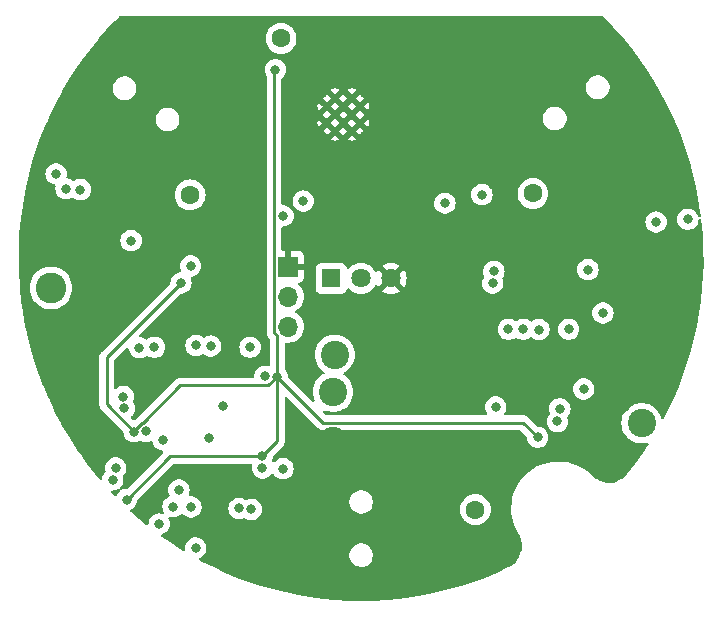
<source format=gbr>
%TF.GenerationSoftware,KiCad,Pcbnew,8.0.6*%
%TF.CreationDate,2024-11-01T20:33:52-04:00*%
%TF.ProjectId,FlexGlO,466c6578-476c-44f2-9e6b-696361645f70,rev?*%
%TF.SameCoordinates,Original*%
%TF.FileFunction,Copper,L3,Inr*%
%TF.FilePolarity,Positive*%
%FSLAX46Y46*%
G04 Gerber Fmt 4.6, Leading zero omitted, Abs format (unit mm)*
G04 Created by KiCad (PCBNEW 8.0.6) date 2024-11-01 20:33:52*
%MOMM*%
%LPD*%
G01*
G04 APERTURE LIST*
%TA.AperFunction,ComponentPad*%
%ADD10C,2.600000*%
%TD*%
%TA.AperFunction,ComponentPad*%
%ADD11R,1.700000X1.700000*%
%TD*%
%TA.AperFunction,ComponentPad*%
%ADD12O,1.700000X1.700000*%
%TD*%
%TA.AperFunction,ComponentPad*%
%ADD13R,1.635000X1.635000*%
%TD*%
%TA.AperFunction,ComponentPad*%
%ADD14C,1.635000*%
%TD*%
%TA.AperFunction,HeatsinkPad*%
%ADD15C,0.600000*%
%TD*%
%TA.AperFunction,ViaPad*%
%ADD16C,2.400000*%
%TD*%
%TA.AperFunction,ViaPad*%
%ADD17C,1.600000*%
%TD*%
%TA.AperFunction,ViaPad*%
%ADD18C,0.800000*%
%TD*%
%TA.AperFunction,Conductor*%
%ADD19C,0.250000*%
%TD*%
G04 APERTURE END LIST*
D10*
%TO.N,N/C*%
%TO.C,H1*%
X93750000Y-102500000D03*
%TD*%
D11*
%TO.N,BONE_REF*%
%TO.C,USB_RAW1*%
X113800000Y-100700000D03*
D12*
%TO.N,Net-(ESP1-IO20)*%
X113800000Y-103240000D03*
%TO.N,/ESP1/D+_G*%
X113800000Y-105780000D03*
%TD*%
D13*
%TO.N,Net-(LDO1-IN)*%
%TO.C,S1*%
X117460000Y-101700000D03*
D14*
%TO.N,/power_reference1/BAT_+3.7V*%
X120000000Y-101700000D03*
%TO.N,BONE_REF*%
X122540000Y-101700000D03*
%TD*%
D15*
%TO.N,BONE_REF*%
%TO.C,ESP1*%
X117100000Y-87120000D03*
X117100000Y-88520000D03*
X117800000Y-86420000D03*
X117800000Y-87820000D03*
X117800000Y-89220000D03*
X118500000Y-87120000D03*
X118500000Y-88520000D03*
X119200000Y-86420000D03*
X119200000Y-87820000D03*
X119200000Y-89220000D03*
X119900000Y-87120000D03*
X119900000Y-88520000D03*
%TD*%
D16*
%TO.N,Net-(LDO1-IN)*%
X117775000Y-108150000D03*
%TO.N,/power_reference1/BAT_+3.7V*%
X143750000Y-113950000D03*
D17*
%TO.N,+3.3V*%
X134550000Y-94500000D03*
D18*
X135050000Y-106025000D03*
D17*
X105525000Y-94625000D03*
D18*
X94175000Y-92850000D03*
X106025000Y-107375000D03*
X147656434Y-96686977D03*
X104575000Y-119600000D03*
D17*
X129675000Y-121275000D03*
X113225000Y-81375000D03*
D18*
X130225000Y-94600000D03*
X106000000Y-124525000D03*
D16*
X117625000Y-111300000D03*
D18*
%TO.N,AMP_OUT3*%
X110700000Y-121250000D03*
X113375000Y-117800000D03*
%TO.N,F_EKG1*%
X115100000Y-95150000D03*
X107100000Y-115175000D03*
X103225000Y-115350000D03*
%TO.N,Net-(C_K_L1-Pad2)*%
X99230001Y-117749022D03*
X111650000Y-117750000D03*
%TO.N,V_F_REF*%
X112900000Y-110025000D03*
X100150000Y-120425000D03*
X111650000Y-116749997D03*
X100782798Y-114665001D03*
X112750000Y-84025000D03*
X134950000Y-115150000D03*
X104750000Y-102075000D03*
%TO.N,Net-(C_M_H3-Pad2)*%
X131400000Y-112575000D03*
X136625000Y-113800000D03*
%TO.N,Net-(QUAD_AMP1-4IN-)*%
X99950000Y-112700000D03*
X101782667Y-114648648D03*
%TO.N,Net-(QUAD_AMP1-1IN-)*%
X110600000Y-107525000D03*
X102500000Y-107525000D03*
%TO.N,Net-(QUAD_AMP2-4IN-)*%
X131150000Y-102100000D03*
X138850000Y-111050000D03*
%TO.N,Net-(QUAD_AMP2-1IN+)*%
X136825000Y-112725000D03*
X131245715Y-101104591D03*
%TO.N,Net-(QUAD_AMP2-1IN-)*%
X137575000Y-106000000D03*
X132475000Y-106000000D03*
%TO.N,Net-(DUAL_AMP1-1IN-)*%
X104075000Y-121025000D03*
X102900000Y-122500000D03*
X105600000Y-121050000D03*
X98975000Y-118750000D03*
%TO.N,F_EMG1*%
X101225153Y-107575153D03*
X113400000Y-96400000D03*
X108275000Y-112475000D03*
%TO.N,F_EMG2*%
X139200000Y-100950000D03*
X127100000Y-95325000D03*
%TO.N,V_I_REF*%
X96225000Y-94175000D03*
X144975000Y-96925000D03*
X111850000Y-110000000D03*
X109675000Y-121175000D03*
%TO.N,AMP_OUT1*%
X105575000Y-100638000D03*
X100525000Y-98500000D03*
X95025000Y-94100000D03*
%TO.N,Net-(QUAD_AMP1-2IN+)*%
X107275000Y-107425000D03*
X99866954Y-111703452D03*
%TO.N,Net-(QUAD_AMP2-2IN+)*%
X140475000Y-104625000D03*
X133725000Y-106000000D03*
%TO.N,BONE_REF*%
X95100000Y-97208351D03*
D17*
X105425000Y-97825000D03*
D18*
X139925000Y-89025000D03*
X145775000Y-93250000D03*
X124775000Y-96000000D03*
X135325000Y-83550000D03*
D17*
X127650000Y-124125000D03*
D18*
X124050000Y-122525000D03*
D16*
X141750000Y-112000000D03*
D18*
X104725000Y-106575000D03*
D17*
X131500000Y-93575000D03*
D18*
X117650000Y-124000000D03*
X98900000Y-84625000D03*
D16*
X117650000Y-115425000D03*
%TD*%
D19*
%TO.N,V_F_REF*%
X112625000Y-84150000D02*
X112750000Y-84025000D01*
X103825003Y-116749997D02*
X100150000Y-120425000D01*
X112900000Y-115499997D02*
X111650000Y-116749997D01*
X111650000Y-116749997D02*
X103825003Y-116749997D01*
X104700000Y-110725000D02*
X101501352Y-113923648D01*
X98450000Y-108375000D02*
X104750000Y-102075000D01*
X112850305Y-110025000D02*
X112150305Y-110725000D01*
X101482362Y-113923648D02*
X100782798Y-114623212D01*
X112625000Y-106266701D02*
X112625000Y-84150000D01*
X100782798Y-114623212D02*
X100782798Y-114665001D01*
X101501352Y-113923648D02*
X101482362Y-113923648D01*
X98450000Y-112332203D02*
X98450000Y-108375000D01*
X112900000Y-110025000D02*
X112900000Y-115499997D01*
X134950000Y-115150000D02*
X133700000Y-113900000D01*
X112150305Y-110725000D02*
X104700000Y-110725000D01*
X112900000Y-110025000D02*
X112900000Y-106541701D01*
X112900000Y-106541701D02*
X112625000Y-106266701D01*
X112900000Y-110025000D02*
X112850305Y-110025000D01*
X100782798Y-114665001D02*
X98450000Y-112332203D01*
X133700000Y-113900000D02*
X116775000Y-113900000D01*
X116775000Y-113900000D02*
X112900000Y-110025000D01*
%TD*%
%TA.AperFunction,Conductor*%
%TO.N,BONE_REF*%
G36*
X140515341Y-79519685D02*
G01*
X140536386Y-79536723D01*
X140877174Y-79880663D01*
X140879964Y-79883572D01*
X141336169Y-80374954D01*
X141608967Y-80668786D01*
X141612027Y-80672207D01*
X141832849Y-80928502D01*
X142311223Y-81483721D01*
X142314157Y-81487257D01*
X142405585Y-81601697D01*
X142982765Y-82324147D01*
X142985569Y-82327794D01*
X143622654Y-83188887D01*
X143625322Y-83192636D01*
X144230044Y-84076802D01*
X144232570Y-84080647D01*
X144804062Y-84986615D01*
X144806444Y-84990551D01*
X145343934Y-85917093D01*
X145346169Y-85921115D01*
X145848929Y-86866983D01*
X145851012Y-86871085D01*
X146318332Y-87834942D01*
X146320262Y-87839118D01*
X146496271Y-88239314D01*
X146738581Y-88790264D01*
X146751497Y-88819630D01*
X146753265Y-88823862D01*
X147050304Y-89573553D01*
X147147844Y-89819732D01*
X147149459Y-89824040D01*
X147506814Y-90833843D01*
X147508268Y-90838208D01*
X147827917Y-91860572D01*
X147829208Y-91864988D01*
X148110706Y-92898488D01*
X148111833Y-92902949D01*
X148354804Y-93946211D01*
X148355764Y-93950710D01*
X148559861Y-95002242D01*
X148560654Y-95006774D01*
X148725605Y-96065172D01*
X148726229Y-96069730D01*
X148763467Y-96385184D01*
X148751777Y-96454069D01*
X148704701Y-96505699D01*
X148637185Y-96523681D01*
X148570665Y-96502307D01*
X148526261Y-96448363D01*
X148522391Y-96438039D01*
X148483615Y-96318698D01*
X148483612Y-96318692D01*
X148388967Y-96154761D01*
X148262305Y-96014089D01*
X148258249Y-96011142D01*
X148109168Y-95902828D01*
X148109163Y-95902825D01*
X147936241Y-95825834D01*
X147936236Y-95825832D01*
X147790435Y-95794842D01*
X147751080Y-95786477D01*
X147561788Y-95786477D01*
X147529331Y-95793375D01*
X147376631Y-95825832D01*
X147376626Y-95825834D01*
X147203704Y-95902825D01*
X147203699Y-95902828D01*
X147050563Y-96014088D01*
X146923900Y-96154762D01*
X146829255Y-96318692D01*
X146829252Y-96318699D01*
X146787122Y-96448363D01*
X146770760Y-96498721D01*
X146750974Y-96686977D01*
X146770760Y-96875233D01*
X146770761Y-96875236D01*
X146829252Y-97055254D01*
X146829255Y-97055261D01*
X146923901Y-97219193D01*
X147048398Y-97357461D01*
X147050563Y-97359865D01*
X147203699Y-97471125D01*
X147203704Y-97471128D01*
X147376626Y-97548119D01*
X147376631Y-97548121D01*
X147561788Y-97587477D01*
X147561789Y-97587477D01*
X147751078Y-97587477D01*
X147751080Y-97587477D01*
X147936237Y-97548121D01*
X148109164Y-97471128D01*
X148262305Y-97359865D01*
X148388967Y-97219193D01*
X148483613Y-97055261D01*
X148542108Y-96875233D01*
X148557441Y-96729339D01*
X148584025Y-96664726D01*
X148641323Y-96624741D01*
X148711142Y-96622081D01*
X148771315Y-96657590D01*
X148802739Y-96719995D01*
X148803907Y-96727765D01*
X148851805Y-97133526D01*
X148852259Y-97138105D01*
X148938279Y-98205780D01*
X148938564Y-98210372D01*
X148984921Y-99280548D01*
X148985035Y-99285147D01*
X148991659Y-100356302D01*
X148991602Y-100360903D01*
X148958485Y-101431569D01*
X148958257Y-101436164D01*
X148885446Y-102504847D01*
X148885048Y-102509430D01*
X148772644Y-103574660D01*
X148772077Y-103579226D01*
X148620226Y-104639601D01*
X148619489Y-104644143D01*
X148428415Y-105698107D01*
X148427511Y-105702618D01*
X148197457Y-106748826D01*
X148196385Y-106753300D01*
X147927695Y-107790190D01*
X147926459Y-107794621D01*
X147619478Y-108820863D01*
X147618078Y-108825246D01*
X147273238Y-109839398D01*
X147271676Y-109843726D01*
X146889454Y-110844378D01*
X146887733Y-110848644D01*
X146468656Y-111834419D01*
X146466778Y-111838619D01*
X146011414Y-112808182D01*
X146009381Y-112812310D01*
X145627829Y-113552079D01*
X145579604Y-113602637D01*
X145511701Y-113619096D01*
X145445678Y-113596232D01*
X145402498Y-113541303D01*
X145396733Y-113522830D01*
X145379510Y-113447371D01*
X145379509Y-113447369D01*
X145379508Y-113447363D01*
X145286393Y-113210112D01*
X145158959Y-112989388D01*
X145000050Y-112790123D01*
X144813217Y-112616768D01*
X144602634Y-112473195D01*
X144602630Y-112473193D01*
X144602627Y-112473191D01*
X144602626Y-112473190D01*
X144373006Y-112362612D01*
X144373008Y-112362612D01*
X144129466Y-112287489D01*
X144129462Y-112287488D01*
X144129458Y-112287487D01*
X144008231Y-112269214D01*
X143877440Y-112249500D01*
X143877435Y-112249500D01*
X143622565Y-112249500D01*
X143622559Y-112249500D01*
X143465609Y-112273157D01*
X143370542Y-112287487D01*
X143370539Y-112287488D01*
X143370533Y-112287489D01*
X143126992Y-112362612D01*
X142897373Y-112473190D01*
X142897372Y-112473191D01*
X142686782Y-112616768D01*
X142499952Y-112790121D01*
X142499950Y-112790123D01*
X142341041Y-112989388D01*
X142213608Y-113210109D01*
X142120492Y-113447362D01*
X142120490Y-113447369D01*
X142063777Y-113695845D01*
X142044732Y-113949995D01*
X142044732Y-113950004D01*
X142063777Y-114204154D01*
X142106389Y-114390851D01*
X142120492Y-114452637D01*
X142213607Y-114689888D01*
X142341041Y-114910612D01*
X142499950Y-115109877D01*
X142686783Y-115283232D01*
X142897366Y-115426805D01*
X142897371Y-115426807D01*
X142897372Y-115426808D01*
X142897373Y-115426809D01*
X143012102Y-115482059D01*
X143126992Y-115537387D01*
X143126993Y-115537387D01*
X143126996Y-115537389D01*
X143370542Y-115612513D01*
X143622565Y-115650500D01*
X143877435Y-115650500D01*
X144129458Y-115612513D01*
X144176968Y-115597857D01*
X144246830Y-115596906D01*
X144306117Y-115633877D01*
X144336005Y-115697031D01*
X144327004Y-115766319D01*
X144316728Y-115785079D01*
X143831398Y-116513863D01*
X143828777Y-116517645D01*
X143202376Y-117386575D01*
X143199617Y-117390256D01*
X142545012Y-118230727D01*
X142534203Y-118242871D01*
X142076266Y-118693976D01*
X142039093Y-118719178D01*
X141659289Y-118885921D01*
X141640173Y-118892513D01*
X141237266Y-118995582D01*
X141202187Y-118999374D01*
X140667885Y-118980627D01*
X140633021Y-118974340D01*
X140235864Y-118841954D01*
X140224353Y-118837468D01*
X139953981Y-118716267D01*
X139927964Y-118700517D01*
X139673463Y-118500001D01*
X139614321Y-118453404D01*
X139605998Y-118446227D01*
X139537576Y-118381715D01*
X139519498Y-118364670D01*
X139260001Y-118120000D01*
X139259996Y-118119997D01*
X139084345Y-117988259D01*
X138860000Y-117820000D01*
X138170000Y-117480000D01*
X138169998Y-117479999D01*
X137856491Y-117375497D01*
X137540000Y-117270000D01*
X137539997Y-117269999D01*
X137539995Y-117269999D01*
X137133997Y-117227999D01*
X136960000Y-117210000D01*
X136959998Y-117210000D01*
X136140005Y-117239999D01*
X136139993Y-117240001D01*
X135490006Y-117379998D01*
X135489996Y-117380001D01*
X134910002Y-117619998D01*
X134909997Y-117620000D01*
X134250004Y-118049996D01*
X133729998Y-118500001D01*
X133320002Y-119069996D01*
X132970001Y-119749997D01*
X132810000Y-120229997D01*
X132740001Y-120649990D01*
X132739999Y-120650008D01*
X132700000Y-121199994D01*
X132699999Y-121200009D01*
X132730000Y-121669996D01*
X132730001Y-121670007D01*
X132761771Y-121834151D01*
X132850000Y-122290000D01*
X133020000Y-122780000D01*
X133288565Y-123277344D01*
X133291300Y-123282719D01*
X133328807Y-123361142D01*
X133504748Y-123729020D01*
X133513015Y-123751789D01*
X133615137Y-124150993D01*
X133618756Y-124189581D01*
X133581115Y-124782425D01*
X133574034Y-124816569D01*
X133405116Y-125285786D01*
X133391620Y-125312568D01*
X133113410Y-125729884D01*
X133080013Y-125763605D01*
X132496370Y-126160906D01*
X132477914Y-126171283D01*
X131510369Y-126611175D01*
X131506146Y-126613001D01*
X130515259Y-127019854D01*
X130510972Y-127021522D01*
X129505688Y-127391333D01*
X129501341Y-127392842D01*
X128482969Y-127725124D01*
X128478569Y-127726469D01*
X127448648Y-128020722D01*
X127444202Y-128021904D01*
X126404031Y-128277759D01*
X126399544Y-128278775D01*
X125350582Y-128495869D01*
X125346060Y-128496717D01*
X124289826Y-128674738D01*
X124285276Y-128675419D01*
X123223108Y-128814143D01*
X123218535Y-128814654D01*
X122151975Y-128913877D01*
X122147387Y-128914218D01*
X121077889Y-128973805D01*
X121073292Y-128973976D01*
X120002301Y-128993849D01*
X119997699Y-128993849D01*
X118926707Y-128973976D01*
X118922110Y-128973805D01*
X117852612Y-128914218D01*
X117848024Y-128913877D01*
X116781464Y-128814654D01*
X116776891Y-128814143D01*
X115714723Y-128675419D01*
X115710173Y-128674738D01*
X114653939Y-128496717D01*
X114649417Y-128495869D01*
X113600455Y-128278775D01*
X113595968Y-128277759D01*
X112555797Y-128021904D01*
X112551351Y-128020722D01*
X111521430Y-127726469D01*
X111517030Y-127725124D01*
X110498658Y-127392842D01*
X110494311Y-127391333D01*
X109489027Y-127021522D01*
X109484740Y-127019854D01*
X108493853Y-126613001D01*
X108489630Y-126611175D01*
X107514518Y-126167842D01*
X107510366Y-126165861D01*
X106552342Y-125686646D01*
X106548266Y-125684511D01*
X106346894Y-125574259D01*
X106297544Y-125524798D01*
X106282769Y-125456509D01*
X106307260Y-125391072D01*
X106356003Y-125352217D01*
X106452730Y-125309151D01*
X106570560Y-125223543D01*
X118999498Y-125223543D01*
X119037946Y-125416829D01*
X119037949Y-125416839D01*
X119113363Y-125598907D01*
X119113370Y-125598920D01*
X119222859Y-125762781D01*
X119222862Y-125762785D01*
X119362213Y-125902136D01*
X119362217Y-125902139D01*
X119526078Y-126011628D01*
X119526091Y-126011635D01*
X119708159Y-126087049D01*
X119708164Y-126087051D01*
X119708168Y-126087051D01*
X119708169Y-126087052D01*
X119901455Y-126125500D01*
X119901458Y-126125500D01*
X120098542Y-126125500D01*
X120228581Y-126099632D01*
X120291834Y-126087051D01*
X120473913Y-126011632D01*
X120637781Y-125902139D01*
X120777138Y-125762782D01*
X120886631Y-125598914D01*
X120962050Y-125416835D01*
X121000499Y-125223541D01*
X121000499Y-125026459D01*
X121000499Y-125026456D01*
X120962051Y-124833170D01*
X120962050Y-124833169D01*
X120962050Y-124833165D01*
X120912384Y-124713259D01*
X120886634Y-124651092D01*
X120886627Y-124651079D01*
X120777138Y-124487218D01*
X120777135Y-124487214D01*
X120637784Y-124347863D01*
X120637780Y-124347860D01*
X120473919Y-124238371D01*
X120473906Y-124238364D01*
X120291838Y-124162950D01*
X120291828Y-124162947D01*
X120098542Y-124124500D01*
X120098540Y-124124500D01*
X119901458Y-124124500D01*
X119901456Y-124124500D01*
X119708169Y-124162947D01*
X119708159Y-124162950D01*
X119526091Y-124238364D01*
X119526078Y-124238371D01*
X119362217Y-124347860D01*
X119362213Y-124347863D01*
X119222862Y-124487214D01*
X119222859Y-124487218D01*
X119113370Y-124651079D01*
X119113363Y-124651092D01*
X119037949Y-124833160D01*
X119037946Y-124833170D01*
X118999499Y-125026456D01*
X118999499Y-125026459D01*
X118999499Y-125223541D01*
X118999499Y-125223543D01*
X118999498Y-125223543D01*
X106570560Y-125223543D01*
X106605871Y-125197888D01*
X106732533Y-125057216D01*
X106827179Y-124893284D01*
X106885674Y-124713256D01*
X106905460Y-124525000D01*
X106885674Y-124336744D01*
X106827179Y-124156716D01*
X106732533Y-123992784D01*
X106605871Y-123852112D01*
X106605870Y-123852111D01*
X106452734Y-123740851D01*
X106452729Y-123740848D01*
X106279807Y-123663857D01*
X106279802Y-123663855D01*
X106134001Y-123632865D01*
X106094646Y-123624500D01*
X105905354Y-123624500D01*
X105872897Y-123631398D01*
X105720197Y-123663855D01*
X105720192Y-123663857D01*
X105547270Y-123740848D01*
X105547265Y-123740851D01*
X105394129Y-123852111D01*
X105267466Y-123992785D01*
X105172821Y-124156715D01*
X105172818Y-124156722D01*
X105114327Y-124336740D01*
X105114326Y-124336744D01*
X105098511Y-124487214D01*
X105094540Y-124525000D01*
X105106585Y-124639603D01*
X105094015Y-124708333D01*
X105046283Y-124759356D01*
X104978543Y-124776474D01*
X104919721Y-124759045D01*
X104684907Y-124618919D01*
X104681000Y-124616489D01*
X103782135Y-124033812D01*
X103778322Y-124031238D01*
X103139707Y-123582766D01*
X103096157Y-123528129D01*
X103089060Y-123458621D01*
X103120668Y-123396310D01*
X103174204Y-123364930D01*
X103173626Y-123363151D01*
X103179796Y-123361145D01*
X103179803Y-123361144D01*
X103352730Y-123284151D01*
X103505871Y-123172888D01*
X103632533Y-123032216D01*
X103727179Y-122868284D01*
X103785674Y-122688256D01*
X103805460Y-122500000D01*
X103785674Y-122311744D01*
X103727179Y-122131716D01*
X103695302Y-122076504D01*
X103678830Y-122008606D01*
X103701682Y-121942579D01*
X103756604Y-121899388D01*
X103826157Y-121892747D01*
X103828415Y-121893204D01*
X103980354Y-121925500D01*
X103980355Y-121925500D01*
X104169644Y-121925500D01*
X104169646Y-121925500D01*
X104354803Y-121886144D01*
X104527730Y-121809151D01*
X104680871Y-121697888D01*
X104734097Y-121638774D01*
X104793579Y-121602128D01*
X104863436Y-121603457D01*
X104918394Y-121638776D01*
X104994129Y-121722888D01*
X105147265Y-121834148D01*
X105147270Y-121834151D01*
X105320192Y-121911142D01*
X105320197Y-121911144D01*
X105505354Y-121950500D01*
X105505355Y-121950500D01*
X105694644Y-121950500D01*
X105694646Y-121950500D01*
X105879803Y-121911144D01*
X106052730Y-121834151D01*
X106205871Y-121722888D01*
X106332533Y-121582216D01*
X106427179Y-121418284D01*
X106485674Y-121238256D01*
X106492322Y-121175000D01*
X108769540Y-121175000D01*
X108789326Y-121363256D01*
X108789327Y-121363259D01*
X108847818Y-121543277D01*
X108847821Y-121543284D01*
X108942467Y-121707216D01*
X109034247Y-121809148D01*
X109069129Y-121847888D01*
X109222265Y-121959148D01*
X109222270Y-121959151D01*
X109395192Y-122036142D01*
X109395197Y-122036144D01*
X109580354Y-122075500D01*
X109580355Y-122075500D01*
X109769644Y-122075500D01*
X109769646Y-122075500D01*
X109954803Y-122036144D01*
X110072443Y-121983766D01*
X110141690Y-121974481D01*
X110195763Y-121996729D01*
X110247264Y-122034147D01*
X110247270Y-122034151D01*
X110420192Y-122111142D01*
X110420197Y-122111144D01*
X110605354Y-122150500D01*
X110605355Y-122150500D01*
X110794644Y-122150500D01*
X110794646Y-122150500D01*
X110979803Y-122111144D01*
X111152730Y-122034151D01*
X111305871Y-121922888D01*
X111432533Y-121782216D01*
X111527179Y-121618284D01*
X111585674Y-121438256D01*
X111605460Y-121250000D01*
X111585674Y-121061744D01*
X111527179Y-120881716D01*
X111435857Y-120723542D01*
X118999498Y-120723542D01*
X119037946Y-120916828D01*
X119037949Y-120916838D01*
X119113363Y-121098906D01*
X119113370Y-121098919D01*
X119222859Y-121262780D01*
X119222862Y-121262784D01*
X119362213Y-121402135D01*
X119362217Y-121402138D01*
X119526078Y-121511627D01*
X119526091Y-121511634D01*
X119696986Y-121582420D01*
X119708164Y-121587050D01*
X119708168Y-121587050D01*
X119708169Y-121587051D01*
X119901455Y-121625499D01*
X119901458Y-121625499D01*
X120098542Y-121625499D01*
X120229244Y-121599500D01*
X120291834Y-121587050D01*
X120473913Y-121511631D01*
X120637781Y-121402138D01*
X120764921Y-121274998D01*
X128369532Y-121274998D01*
X128369532Y-121275001D01*
X128389364Y-121501686D01*
X128389366Y-121501697D01*
X128448258Y-121721488D01*
X128448261Y-121721497D01*
X128544431Y-121927732D01*
X128544432Y-121927734D01*
X128674954Y-122114141D01*
X128835858Y-122275045D01*
X128835861Y-122275047D01*
X129022266Y-122405568D01*
X129228504Y-122501739D01*
X129448308Y-122560635D01*
X129610230Y-122574801D01*
X129674998Y-122580468D01*
X129675000Y-122580468D01*
X129675002Y-122580468D01*
X129731673Y-122575509D01*
X129901692Y-122560635D01*
X130121496Y-122501739D01*
X130327734Y-122405568D01*
X130514139Y-122275047D01*
X130675047Y-122114139D01*
X130805568Y-121927734D01*
X130901739Y-121721496D01*
X130960635Y-121501692D01*
X130980468Y-121275000D01*
X130960635Y-121048308D01*
X130901739Y-120828504D01*
X130805568Y-120622266D01*
X130675047Y-120435861D01*
X130675045Y-120435858D01*
X130514141Y-120274954D01*
X130327734Y-120144432D01*
X130327732Y-120144431D01*
X130121497Y-120048261D01*
X130121488Y-120048258D01*
X129901697Y-119989366D01*
X129901693Y-119989365D01*
X129901692Y-119989365D01*
X129901691Y-119989364D01*
X129901686Y-119989364D01*
X129675002Y-119969532D01*
X129674998Y-119969532D01*
X129448313Y-119989364D01*
X129448302Y-119989366D01*
X129228511Y-120048258D01*
X129228502Y-120048261D01*
X129022267Y-120144431D01*
X129022265Y-120144432D01*
X128835858Y-120274954D01*
X128674954Y-120435858D01*
X128544432Y-120622265D01*
X128544431Y-120622267D01*
X128448261Y-120828502D01*
X128448258Y-120828511D01*
X128389366Y-121048302D01*
X128389364Y-121048313D01*
X128369532Y-121274998D01*
X120764921Y-121274998D01*
X120777138Y-121262781D01*
X120886631Y-121098913D01*
X120962050Y-120916834D01*
X121000499Y-120723540D01*
X121000499Y-120526458D01*
X121000499Y-120526455D01*
X120962051Y-120333169D01*
X120962050Y-120333168D01*
X120962050Y-120333164D01*
X120954053Y-120313857D01*
X120886634Y-120151091D01*
X120886627Y-120151078D01*
X120777138Y-119987217D01*
X120777135Y-119987213D01*
X120637784Y-119847862D01*
X120637780Y-119847859D01*
X120473919Y-119738370D01*
X120473906Y-119738363D01*
X120291838Y-119662949D01*
X120291828Y-119662946D01*
X120098542Y-119624499D01*
X120098540Y-119624499D01*
X119901458Y-119624499D01*
X119901456Y-119624499D01*
X119708169Y-119662946D01*
X119708159Y-119662949D01*
X119526091Y-119738363D01*
X119526078Y-119738370D01*
X119362217Y-119847859D01*
X119362213Y-119847862D01*
X119222862Y-119987213D01*
X119222859Y-119987217D01*
X119113370Y-120151078D01*
X119113363Y-120151091D01*
X119037949Y-120333159D01*
X119037946Y-120333169D01*
X118999499Y-120526455D01*
X118999499Y-120526458D01*
X118999499Y-120723540D01*
X118999499Y-120723542D01*
X118999498Y-120723542D01*
X111435857Y-120723542D01*
X111432533Y-120717784D01*
X111305871Y-120577112D01*
X111278448Y-120557188D01*
X111152734Y-120465851D01*
X111152729Y-120465848D01*
X110979807Y-120388857D01*
X110979802Y-120388855D01*
X110834001Y-120357865D01*
X110794646Y-120349500D01*
X110605354Y-120349500D01*
X110572897Y-120356398D01*
X110420197Y-120388855D01*
X110420192Y-120388857D01*
X110302558Y-120441232D01*
X110233308Y-120450517D01*
X110179238Y-120428272D01*
X110127730Y-120390849D01*
X110127729Y-120390848D01*
X109954807Y-120313857D01*
X109954802Y-120313855D01*
X109809001Y-120282865D01*
X109769646Y-120274500D01*
X109580354Y-120274500D01*
X109547897Y-120281398D01*
X109395197Y-120313855D01*
X109395192Y-120313857D01*
X109222270Y-120390848D01*
X109222265Y-120390851D01*
X109069129Y-120502111D01*
X108942466Y-120642785D01*
X108847821Y-120806715D01*
X108847818Y-120806722D01*
X108798921Y-120957214D01*
X108789326Y-120986744D01*
X108769540Y-121175000D01*
X106492322Y-121175000D01*
X106505460Y-121050000D01*
X106485674Y-120861744D01*
X106427179Y-120681716D01*
X106332533Y-120517784D01*
X106205871Y-120377112D01*
X106205870Y-120377111D01*
X106052734Y-120265851D01*
X106052729Y-120265848D01*
X105879807Y-120188857D01*
X105879802Y-120188855D01*
X105734001Y-120157865D01*
X105694646Y-120149500D01*
X105512328Y-120149500D01*
X105445289Y-120129815D01*
X105399534Y-120077011D01*
X105389590Y-120007853D01*
X105401002Y-119974865D01*
X105399538Y-119974214D01*
X105402174Y-119968292D01*
X105402179Y-119968284D01*
X105460674Y-119788256D01*
X105480460Y-119600000D01*
X105460674Y-119411744D01*
X105402179Y-119231716D01*
X105307533Y-119067784D01*
X105180871Y-118927112D01*
X105180870Y-118927111D01*
X105027734Y-118815851D01*
X105027729Y-118815848D01*
X104854807Y-118738857D01*
X104854802Y-118738855D01*
X104709001Y-118707865D01*
X104669646Y-118699500D01*
X104480354Y-118699500D01*
X104447897Y-118706398D01*
X104295197Y-118738855D01*
X104295192Y-118738857D01*
X104122270Y-118815848D01*
X104122265Y-118815851D01*
X103969129Y-118927111D01*
X103842466Y-119067785D01*
X103747821Y-119231715D01*
X103747818Y-119231722D01*
X103731412Y-119282216D01*
X103689326Y-119411744D01*
X103669540Y-119600000D01*
X103689326Y-119788256D01*
X103689327Y-119788259D01*
X103747818Y-119968277D01*
X103747821Y-119968284D01*
X103778475Y-120021378D01*
X103794948Y-120089278D01*
X103772095Y-120155305D01*
X103721525Y-120196657D01*
X103622267Y-120240850D01*
X103622265Y-120240851D01*
X103469129Y-120352111D01*
X103342466Y-120492785D01*
X103247821Y-120656715D01*
X103247818Y-120656722D01*
X103192004Y-120828502D01*
X103189326Y-120836744D01*
X103169540Y-121025000D01*
X103189326Y-121213256D01*
X103189327Y-121213259D01*
X103247818Y-121393277D01*
X103247821Y-121393284D01*
X103279696Y-121448493D01*
X103296169Y-121516394D01*
X103273316Y-121582420D01*
X103218395Y-121625611D01*
X103148841Y-121632252D01*
X103146528Y-121631783D01*
X103013262Y-121603457D01*
X102994646Y-121599500D01*
X102805354Y-121599500D01*
X102786738Y-121603457D01*
X102620197Y-121638855D01*
X102620192Y-121638857D01*
X102447270Y-121715848D01*
X102447265Y-121715851D01*
X102294129Y-121827111D01*
X102167466Y-121967785D01*
X102072821Y-122131715D01*
X102072818Y-122131722D01*
X102021391Y-122290000D01*
X102014326Y-122311744D01*
X102004465Y-122405567D01*
X101996889Y-122477649D01*
X101970304Y-122542263D01*
X101913007Y-122582248D01*
X101843188Y-122584908D01*
X101794977Y-122560601D01*
X101212697Y-122083489D01*
X101209193Y-122080508D01*
X100494719Y-121449357D01*
X100457508Y-121390220D01*
X100458176Y-121320354D01*
X100496511Y-121261939D01*
X100526373Y-121243147D01*
X100602730Y-121209151D01*
X100755871Y-121097888D01*
X100882533Y-120957216D01*
X100977179Y-120793284D01*
X101035674Y-120613256D01*
X101053321Y-120445345D01*
X101079905Y-120380732D01*
X101088952Y-120370636D01*
X104047774Y-117411816D01*
X104109097Y-117378331D01*
X104135455Y-117375497D01*
X110654170Y-117375497D01*
X110721209Y-117395182D01*
X110766964Y-117447986D01*
X110776908Y-117517144D01*
X110772101Y-117537815D01*
X110764644Y-117560766D01*
X110764326Y-117561744D01*
X110744540Y-117750000D01*
X110764326Y-117938256D01*
X110764327Y-117938259D01*
X110822818Y-118118277D01*
X110822821Y-118118284D01*
X110917467Y-118282216D01*
X111007063Y-118381722D01*
X111044129Y-118422888D01*
X111197265Y-118534148D01*
X111197270Y-118534151D01*
X111370192Y-118611142D01*
X111370197Y-118611144D01*
X111555354Y-118650500D01*
X111555355Y-118650500D01*
X111744644Y-118650500D01*
X111744646Y-118650500D01*
X111929803Y-118611144D01*
X112102730Y-118534151D01*
X112255871Y-118422888D01*
X112382533Y-118282216D01*
X112390678Y-118268107D01*
X112441243Y-118219892D01*
X112509849Y-118206667D01*
X112574715Y-118232633D01*
X112605453Y-118268106D01*
X112623444Y-118299268D01*
X112642467Y-118332216D01*
X112769129Y-118472888D01*
X112922265Y-118584148D01*
X112922270Y-118584151D01*
X113095192Y-118661142D01*
X113095197Y-118661144D01*
X113280354Y-118700500D01*
X113280355Y-118700500D01*
X113469644Y-118700500D01*
X113469646Y-118700500D01*
X113654803Y-118661144D01*
X113827730Y-118584151D01*
X113980871Y-118472888D01*
X114107533Y-118332216D01*
X114202179Y-118168284D01*
X114260674Y-117988256D01*
X114280460Y-117800000D01*
X114260674Y-117611744D01*
X114202179Y-117431716D01*
X114107533Y-117267784D01*
X113980871Y-117127112D01*
X113980870Y-117127111D01*
X113827734Y-117015851D01*
X113827729Y-117015848D01*
X113654807Y-116938857D01*
X113654802Y-116938855D01*
X113509001Y-116907865D01*
X113469646Y-116899500D01*
X113280354Y-116899500D01*
X113247897Y-116906398D01*
X113095197Y-116938855D01*
X113095192Y-116938857D01*
X112922270Y-117015848D01*
X112922265Y-117015851D01*
X112769129Y-117127111D01*
X112769128Y-117127112D01*
X112698206Y-117205878D01*
X112638719Y-117242526D01*
X112568862Y-117241195D01*
X112510814Y-117202308D01*
X112483005Y-117138211D01*
X112488125Y-117084591D01*
X112535674Y-116938253D01*
X112553321Y-116770342D01*
X112579905Y-116705729D01*
X112588952Y-116695633D01*
X113298729Y-115985857D01*
X113298733Y-115985855D01*
X113385858Y-115898730D01*
X113454311Y-115796283D01*
X113454312Y-115796282D01*
X113481932Y-115729600D01*
X113486620Y-115718284D01*
X113501461Y-115682453D01*
X113501463Y-115682449D01*
X113525500Y-115561603D01*
X113525500Y-111834452D01*
X113545185Y-111767413D01*
X113597989Y-111721658D01*
X113667147Y-111711714D01*
X113730703Y-111740739D01*
X113737181Y-111746771D01*
X116376263Y-114385855D01*
X116376267Y-114385858D01*
X116478710Y-114454309D01*
X116478711Y-114454309D01*
X116478715Y-114454312D01*
X116523562Y-114472888D01*
X116592548Y-114501463D01*
X116612597Y-114505451D01*
X116646196Y-114512134D01*
X116713392Y-114525501D01*
X116713394Y-114525501D01*
X116842721Y-114525501D01*
X116842741Y-114525500D01*
X133389548Y-114525500D01*
X133456587Y-114545185D01*
X133477229Y-114561819D01*
X134011038Y-115095628D01*
X134044523Y-115156951D01*
X134046678Y-115170347D01*
X134054094Y-115240907D01*
X134064326Y-115338256D01*
X134064327Y-115338259D01*
X134122818Y-115518277D01*
X134122821Y-115518284D01*
X134217467Y-115682216D01*
X134260132Y-115729600D01*
X134344129Y-115822888D01*
X134497265Y-115934148D01*
X134497270Y-115934151D01*
X134670192Y-116011142D01*
X134670197Y-116011144D01*
X134855354Y-116050500D01*
X134855355Y-116050500D01*
X135044644Y-116050500D01*
X135044646Y-116050500D01*
X135229803Y-116011144D01*
X135402730Y-115934151D01*
X135555871Y-115822888D01*
X135682533Y-115682216D01*
X135777179Y-115518284D01*
X135835674Y-115338256D01*
X135855460Y-115150000D01*
X135835674Y-114961744D01*
X135777179Y-114781716D01*
X135682533Y-114617784D01*
X135555871Y-114477112D01*
X135555870Y-114477111D01*
X135402734Y-114365851D01*
X135402729Y-114365848D01*
X135229807Y-114288857D01*
X135229802Y-114288855D01*
X135084001Y-114257865D01*
X135044646Y-114249500D01*
X135044645Y-114249500D01*
X134985452Y-114249500D01*
X134918413Y-114229815D01*
X134897771Y-114213181D01*
X134484590Y-113800000D01*
X135719540Y-113800000D01*
X135739326Y-113988256D01*
X135739327Y-113988259D01*
X135797818Y-114168277D01*
X135797821Y-114168284D01*
X135892467Y-114332216D01*
X135993897Y-114444866D01*
X136019127Y-114472886D01*
X136019129Y-114472888D01*
X136172265Y-114584148D01*
X136172270Y-114584151D01*
X136345192Y-114661142D01*
X136345197Y-114661144D01*
X136530354Y-114700500D01*
X136530355Y-114700500D01*
X136719644Y-114700500D01*
X136719646Y-114700500D01*
X136904803Y-114661144D01*
X137077730Y-114584151D01*
X137230871Y-114472888D01*
X137242123Y-114460392D01*
X137251930Y-114449500D01*
X137357533Y-114332216D01*
X137452179Y-114168284D01*
X137510674Y-113988256D01*
X137530460Y-113800000D01*
X137510674Y-113611744D01*
X137474778Y-113501267D01*
X137460575Y-113457555D01*
X137458580Y-113387714D01*
X137486356Y-113336265D01*
X137557533Y-113257216D01*
X137652179Y-113093284D01*
X137710674Y-112913256D01*
X137730460Y-112725000D01*
X137710674Y-112536744D01*
X137652179Y-112356716D01*
X137557533Y-112192784D01*
X137430871Y-112052112D01*
X137430870Y-112052111D01*
X137277734Y-111940851D01*
X137277729Y-111940848D01*
X137104807Y-111863857D01*
X137104802Y-111863855D01*
X136959001Y-111832865D01*
X136919646Y-111824500D01*
X136730354Y-111824500D01*
X136697897Y-111831398D01*
X136545197Y-111863855D01*
X136545192Y-111863857D01*
X136372270Y-111940848D01*
X136372265Y-111940851D01*
X136219129Y-112052111D01*
X136092466Y-112192785D01*
X135997821Y-112356715D01*
X135997818Y-112356722D01*
X135939327Y-112536740D01*
X135939326Y-112536744D01*
X135919540Y-112725000D01*
X135939326Y-112913256D01*
X135939327Y-112913259D01*
X135989424Y-113067443D01*
X135991419Y-113137284D01*
X135963644Y-113188732D01*
X135892468Y-113267782D01*
X135892464Y-113267787D01*
X135797821Y-113431715D01*
X135797818Y-113431722D01*
X135759111Y-113550851D01*
X135739326Y-113611744D01*
X135719540Y-113800000D01*
X134484590Y-113800000D01*
X134190198Y-113505608D01*
X134190178Y-113505586D01*
X134098736Y-113414144D01*
X134098732Y-113414141D01*
X134031678Y-113369337D01*
X133996286Y-113345688D01*
X133996287Y-113345688D01*
X133996285Y-113345687D01*
X133956039Y-113329017D01*
X133915792Y-113312347D01*
X133882453Y-113298537D01*
X133872427Y-113296543D01*
X133822029Y-113286518D01*
X133761610Y-113274500D01*
X133761607Y-113274500D01*
X133761606Y-113274500D01*
X132250726Y-113274500D01*
X132183687Y-113254815D01*
X132137932Y-113202011D01*
X132127988Y-113132853D01*
X132143339Y-113088500D01*
X132164302Y-113052190D01*
X132227179Y-112943284D01*
X132285674Y-112763256D01*
X132305460Y-112575000D01*
X132285674Y-112386744D01*
X132227179Y-112206716D01*
X132132533Y-112042784D01*
X132005871Y-111902112D01*
X132005870Y-111902111D01*
X131852734Y-111790851D01*
X131852729Y-111790848D01*
X131679807Y-111713857D01*
X131679802Y-111713855D01*
X131534001Y-111682865D01*
X131494646Y-111674500D01*
X131305354Y-111674500D01*
X131272897Y-111681398D01*
X131120197Y-111713855D01*
X131120192Y-111713857D01*
X130947270Y-111790848D01*
X130947265Y-111790851D01*
X130794129Y-111902111D01*
X130667466Y-112042785D01*
X130572821Y-112206715D01*
X130572818Y-112206722D01*
X130522167Y-112362611D01*
X130514326Y-112386744D01*
X130494540Y-112575000D01*
X130514326Y-112763256D01*
X130514327Y-112763259D01*
X130572818Y-112943277D01*
X130572821Y-112943284D01*
X130656661Y-113088500D01*
X130673134Y-113156401D01*
X130650281Y-113222427D01*
X130595360Y-113265618D01*
X130549274Y-113274500D01*
X117085453Y-113274500D01*
X117018414Y-113254815D01*
X116997772Y-113238181D01*
X116833252Y-113073661D01*
X116799767Y-113012338D01*
X116804751Y-112942646D01*
X116846623Y-112886713D01*
X116912087Y-112862296D01*
X116974731Y-112874259D01*
X117001996Y-112887389D01*
X117245542Y-112962513D01*
X117497565Y-113000500D01*
X117752435Y-113000500D01*
X118004458Y-112962513D01*
X118248004Y-112887389D01*
X118477634Y-112776805D01*
X118688217Y-112633232D01*
X118875050Y-112459877D01*
X119033959Y-112260612D01*
X119161393Y-112039888D01*
X119254508Y-111802637D01*
X119311222Y-111554157D01*
X119320397Y-111431720D01*
X119330268Y-111300004D01*
X119330268Y-111299995D01*
X119316663Y-111118459D01*
X119311533Y-111050000D01*
X137944540Y-111050000D01*
X137964326Y-111238256D01*
X137964327Y-111238259D01*
X138022818Y-111418277D01*
X138022821Y-111418284D01*
X138117467Y-111582216D01*
X138244129Y-111722888D01*
X138397265Y-111834148D01*
X138397270Y-111834151D01*
X138570192Y-111911142D01*
X138570197Y-111911144D01*
X138755354Y-111950500D01*
X138755355Y-111950500D01*
X138944644Y-111950500D01*
X138944646Y-111950500D01*
X139129803Y-111911144D01*
X139302730Y-111834151D01*
X139455871Y-111722888D01*
X139582533Y-111582216D01*
X139677179Y-111418284D01*
X139735674Y-111238256D01*
X139755460Y-111050000D01*
X139735674Y-110861744D01*
X139677179Y-110681716D01*
X139582533Y-110517784D01*
X139455871Y-110377112D01*
X139455870Y-110377111D01*
X139302734Y-110265851D01*
X139302729Y-110265848D01*
X139129807Y-110188857D01*
X139129802Y-110188855D01*
X138984001Y-110157865D01*
X138944646Y-110149500D01*
X138755354Y-110149500D01*
X138722897Y-110156398D01*
X138570197Y-110188855D01*
X138570192Y-110188857D01*
X138397270Y-110265848D01*
X138397265Y-110265851D01*
X138244129Y-110377111D01*
X138117466Y-110517785D01*
X138022821Y-110681715D01*
X138022818Y-110681722D01*
X137968582Y-110848644D01*
X137964326Y-110861744D01*
X137944540Y-111050000D01*
X119311533Y-111050000D01*
X119311222Y-111045843D01*
X119254508Y-110797363D01*
X119161393Y-110560112D01*
X119033959Y-110339388D01*
X118875050Y-110140123D01*
X118688217Y-109966768D01*
X118548367Y-109871420D01*
X118504066Y-109817392D01*
X118496008Y-109747988D01*
X118526750Y-109685246D01*
X118564415Y-109657249D01*
X118627634Y-109626805D01*
X118838217Y-109483232D01*
X119025050Y-109309877D01*
X119183959Y-109110612D01*
X119311393Y-108889888D01*
X119404508Y-108652637D01*
X119461222Y-108404157D01*
X119472921Y-108248041D01*
X119480268Y-108150004D01*
X119480268Y-108149995D01*
X119461222Y-107895845D01*
X119460637Y-107893284D01*
X119404508Y-107647363D01*
X119311393Y-107410112D01*
X119183959Y-107189388D01*
X119025050Y-106990123D01*
X118838217Y-106816768D01*
X118627634Y-106673195D01*
X118627630Y-106673193D01*
X118627627Y-106673191D01*
X118627626Y-106673190D01*
X118398006Y-106562612D01*
X118398008Y-106562612D01*
X118154466Y-106487489D01*
X118154462Y-106487488D01*
X118154458Y-106487487D01*
X118033231Y-106469214D01*
X117902440Y-106449500D01*
X117902435Y-106449500D01*
X117647565Y-106449500D01*
X117647559Y-106449500D01*
X117490609Y-106473157D01*
X117395542Y-106487487D01*
X117395539Y-106487488D01*
X117395533Y-106487489D01*
X117151992Y-106562612D01*
X116922373Y-106673190D01*
X116922372Y-106673191D01*
X116922366Y-106673194D01*
X116922366Y-106673195D01*
X116920228Y-106674653D01*
X116711782Y-106816768D01*
X116524952Y-106990121D01*
X116524950Y-106990123D01*
X116366041Y-107189388D01*
X116238608Y-107410109D01*
X116145492Y-107647362D01*
X116145490Y-107647369D01*
X116088777Y-107895845D01*
X116069732Y-108149995D01*
X116069732Y-108150004D01*
X116088777Y-108404154D01*
X116141258Y-108634090D01*
X116145492Y-108652637D01*
X116238607Y-108889888D01*
X116366041Y-109110612D01*
X116524950Y-109309877D01*
X116711783Y-109483232D01*
X116851632Y-109578579D01*
X116895933Y-109632607D01*
X116903992Y-109702011D01*
X116873249Y-109764753D01*
X116835581Y-109792752D01*
X116772370Y-109823192D01*
X116561782Y-109966768D01*
X116374952Y-110140121D01*
X116374950Y-110140123D01*
X116216041Y-110339388D01*
X116088608Y-110560109D01*
X115995492Y-110797362D01*
X115995490Y-110797369D01*
X115938777Y-111045845D01*
X115919732Y-111299995D01*
X115919732Y-111300004D01*
X115938777Y-111554154D01*
X115977289Y-111722888D01*
X115995492Y-111802637D01*
X116053524Y-111950500D01*
X116058267Y-111962583D01*
X116064436Y-112032180D01*
X116031998Y-112094064D01*
X115971253Y-112128587D01*
X115901487Y-112124788D01*
X115855158Y-112095567D01*
X113838960Y-110079370D01*
X113805475Y-110018047D01*
X113803323Y-110004671D01*
X113785674Y-109836744D01*
X113727179Y-109656716D01*
X113632533Y-109492784D01*
X113623932Y-109483232D01*
X113557350Y-109409284D01*
X113527120Y-109346292D01*
X113525500Y-109326312D01*
X113525500Y-107246965D01*
X113545185Y-107179926D01*
X113597989Y-107134171D01*
X113660307Y-107123437D01*
X113764365Y-107132541D01*
X113799999Y-107135659D01*
X113800000Y-107135659D01*
X113800001Y-107135659D01*
X113839234Y-107132226D01*
X114035408Y-107115063D01*
X114263663Y-107053903D01*
X114477830Y-106954035D01*
X114671401Y-106818495D01*
X114838495Y-106651401D01*
X114974035Y-106457830D01*
X115073903Y-106243663D01*
X115135063Y-106015408D01*
X115136411Y-106000000D01*
X131569540Y-106000000D01*
X131589326Y-106188256D01*
X131589327Y-106188259D01*
X131647818Y-106368277D01*
X131647821Y-106368284D01*
X131742467Y-106532216D01*
X131808663Y-106605734D01*
X131869129Y-106672888D01*
X132022265Y-106784148D01*
X132022270Y-106784151D01*
X132195192Y-106861142D01*
X132195197Y-106861144D01*
X132380354Y-106900500D01*
X132380355Y-106900500D01*
X132569644Y-106900500D01*
X132569646Y-106900500D01*
X132754803Y-106861144D01*
X132927730Y-106784151D01*
X133027115Y-106711944D01*
X133092921Y-106688464D01*
X133160975Y-106704289D01*
X133172885Y-106711944D01*
X133272265Y-106784148D01*
X133272270Y-106784151D01*
X133445192Y-106861142D01*
X133445197Y-106861144D01*
X133630354Y-106900500D01*
X133630355Y-106900500D01*
X133819644Y-106900500D01*
X133819646Y-106900500D01*
X134004803Y-106861144D01*
X134177730Y-106784151D01*
X134297411Y-106697197D01*
X134363215Y-106673719D01*
X134431268Y-106689544D01*
X134443179Y-106697199D01*
X134597265Y-106809148D01*
X134597270Y-106809151D01*
X134770192Y-106886142D01*
X134770197Y-106886144D01*
X134955354Y-106925500D01*
X134955355Y-106925500D01*
X135144644Y-106925500D01*
X135144646Y-106925500D01*
X135329803Y-106886144D01*
X135502730Y-106809151D01*
X135655871Y-106697888D01*
X135782533Y-106557216D01*
X135877179Y-106393284D01*
X135935674Y-106213256D01*
X135955460Y-106025000D01*
X135952832Y-106000000D01*
X136669540Y-106000000D01*
X136689326Y-106188256D01*
X136689327Y-106188259D01*
X136747818Y-106368277D01*
X136747821Y-106368284D01*
X136842467Y-106532216D01*
X136908663Y-106605734D01*
X136969129Y-106672888D01*
X137122265Y-106784148D01*
X137122270Y-106784151D01*
X137295192Y-106861142D01*
X137295197Y-106861144D01*
X137480354Y-106900500D01*
X137480355Y-106900500D01*
X137669644Y-106900500D01*
X137669646Y-106900500D01*
X137854803Y-106861144D01*
X138027730Y-106784151D01*
X138180871Y-106672888D01*
X138307533Y-106532216D01*
X138402179Y-106368284D01*
X138460674Y-106188256D01*
X138480460Y-106000000D01*
X138460674Y-105811744D01*
X138402179Y-105631716D01*
X138307533Y-105467784D01*
X138180871Y-105327112D01*
X138180870Y-105327111D01*
X138027734Y-105215851D01*
X138027729Y-105215848D01*
X137854807Y-105138857D01*
X137854802Y-105138855D01*
X137709001Y-105107865D01*
X137669646Y-105099500D01*
X137480354Y-105099500D01*
X137467788Y-105102171D01*
X137295197Y-105138855D01*
X137295192Y-105138857D01*
X137122270Y-105215848D01*
X137122265Y-105215851D01*
X136969129Y-105327111D01*
X136842466Y-105467785D01*
X136747821Y-105631715D01*
X136747818Y-105631722D01*
X136699640Y-105780000D01*
X136689326Y-105811744D01*
X136669540Y-106000000D01*
X135952832Y-106000000D01*
X135935674Y-105836744D01*
X135877179Y-105656716D01*
X135782533Y-105492784D01*
X135655871Y-105352112D01*
X135654726Y-105351280D01*
X135502734Y-105240851D01*
X135502729Y-105240848D01*
X135329807Y-105163857D01*
X135329802Y-105163855D01*
X135184001Y-105132865D01*
X135144646Y-105124500D01*
X134955354Y-105124500D01*
X134922897Y-105131398D01*
X134770197Y-105163855D01*
X134770192Y-105163857D01*
X134597271Y-105240848D01*
X134477590Y-105327801D01*
X134411783Y-105351280D01*
X134343730Y-105335454D01*
X134331820Y-105327801D01*
X134212142Y-105240851D01*
X134177730Y-105215849D01*
X134177728Y-105215848D01*
X134177729Y-105215848D01*
X134004807Y-105138857D01*
X134004802Y-105138855D01*
X133859001Y-105107865D01*
X133819646Y-105099500D01*
X133630354Y-105099500D01*
X133617788Y-105102171D01*
X133445197Y-105138855D01*
X133445192Y-105138857D01*
X133272271Y-105215848D01*
X133172885Y-105288056D01*
X133107078Y-105311535D01*
X133039025Y-105295709D01*
X133027115Y-105288056D01*
X132962142Y-105240851D01*
X132927730Y-105215849D01*
X132927728Y-105215848D01*
X132927729Y-105215848D01*
X132754807Y-105138857D01*
X132754802Y-105138855D01*
X132609001Y-105107865D01*
X132569646Y-105099500D01*
X132380354Y-105099500D01*
X132367788Y-105102171D01*
X132195197Y-105138855D01*
X132195192Y-105138857D01*
X132022270Y-105215848D01*
X132022265Y-105215851D01*
X131869129Y-105327111D01*
X131742466Y-105467785D01*
X131647821Y-105631715D01*
X131647818Y-105631722D01*
X131599640Y-105780000D01*
X131589326Y-105811744D01*
X131569540Y-106000000D01*
X115136411Y-106000000D01*
X115155659Y-105780000D01*
X115135063Y-105544592D01*
X115083489Y-105352112D01*
X115073905Y-105316344D01*
X115073904Y-105316343D01*
X115073903Y-105316337D01*
X114974035Y-105102171D01*
X114838495Y-104908599D01*
X114838494Y-104908597D01*
X114671402Y-104741506D01*
X114671396Y-104741501D01*
X114505015Y-104625000D01*
X139569540Y-104625000D01*
X139589326Y-104813256D01*
X139589327Y-104813259D01*
X139647818Y-104993277D01*
X139647821Y-104993284D01*
X139742467Y-105157216D01*
X139817770Y-105240848D01*
X139869129Y-105297888D01*
X140022265Y-105409148D01*
X140022270Y-105409151D01*
X140195192Y-105486142D01*
X140195197Y-105486144D01*
X140380354Y-105525500D01*
X140380355Y-105525500D01*
X140569644Y-105525500D01*
X140569646Y-105525500D01*
X140754803Y-105486144D01*
X140927730Y-105409151D01*
X141080871Y-105297888D01*
X141207533Y-105157216D01*
X141302179Y-104993284D01*
X141360674Y-104813256D01*
X141380460Y-104625000D01*
X141360674Y-104436744D01*
X141302179Y-104256716D01*
X141207533Y-104092784D01*
X141080871Y-103952112D01*
X141080870Y-103952111D01*
X140927734Y-103840851D01*
X140927729Y-103840848D01*
X140754807Y-103763857D01*
X140754802Y-103763855D01*
X140609001Y-103732865D01*
X140569646Y-103724500D01*
X140380354Y-103724500D01*
X140363488Y-103728085D01*
X140195197Y-103763855D01*
X140195192Y-103763857D01*
X140022270Y-103840848D01*
X140022265Y-103840851D01*
X139869129Y-103952111D01*
X139742466Y-104092785D01*
X139647821Y-104256715D01*
X139647818Y-104256722D01*
X139589327Y-104436740D01*
X139589326Y-104436744D01*
X139569540Y-104625000D01*
X114505015Y-104625000D01*
X114485842Y-104611575D01*
X114442217Y-104556998D01*
X114435023Y-104487500D01*
X114466546Y-104425145D01*
X114485842Y-104408425D01*
X114508026Y-104392891D01*
X114671401Y-104278495D01*
X114838495Y-104111401D01*
X114974035Y-103917830D01*
X115073903Y-103703663D01*
X115135063Y-103475408D01*
X115155659Y-103240000D01*
X115135063Y-103004592D01*
X115073903Y-102776337D01*
X114974035Y-102562171D01*
X114970252Y-102556769D01*
X114838496Y-102368600D01*
X114805436Y-102335540D01*
X114716179Y-102246283D01*
X114682696Y-102184963D01*
X114687680Y-102115271D01*
X114729551Y-102059337D01*
X114760529Y-102042422D01*
X114892086Y-101993354D01*
X114892093Y-101993350D01*
X115007187Y-101907190D01*
X115007190Y-101907187D01*
X115093350Y-101792093D01*
X115093354Y-101792086D01*
X115143596Y-101657379D01*
X115143598Y-101657372D01*
X115149999Y-101597844D01*
X115150000Y-101597827D01*
X115150000Y-100950000D01*
X114233012Y-100950000D01*
X114265925Y-100892993D01*
X114281562Y-100834635D01*
X116142000Y-100834635D01*
X116142000Y-102565370D01*
X116142001Y-102565376D01*
X116148408Y-102624983D01*
X116198702Y-102759828D01*
X116198706Y-102759835D01*
X116284952Y-102875044D01*
X116284955Y-102875047D01*
X116400164Y-102961293D01*
X116400171Y-102961297D01*
X116535017Y-103011591D01*
X116535016Y-103011591D01*
X116541944Y-103012335D01*
X116594627Y-103018000D01*
X118325372Y-103017999D01*
X118384983Y-103011591D01*
X118519831Y-102961296D01*
X118635046Y-102875046D01*
X118721296Y-102759831D01*
X118771591Y-102624983D01*
X118771984Y-102621318D01*
X118773084Y-102618664D01*
X118773374Y-102617438D01*
X118773572Y-102617484D01*
X118798720Y-102556769D01*
X118856111Y-102516919D01*
X118925936Y-102514423D01*
X118982955Y-102546891D01*
X119149567Y-102713503D01*
X119338477Y-102845779D01*
X119338479Y-102845780D01*
X119338482Y-102845782D01*
X119547495Y-102943246D01*
X119770257Y-103002935D01*
X119934359Y-103017292D01*
X119999998Y-103023035D01*
X120000000Y-103023035D01*
X120000002Y-103023035D01*
X120057573Y-103017998D01*
X120229743Y-103002935D01*
X120452505Y-102943246D01*
X120661518Y-102845782D01*
X120850431Y-102713504D01*
X121013504Y-102550431D01*
X121145782Y-102361518D01*
X121157896Y-102335540D01*
X121204062Y-102283106D01*
X121271255Y-102263952D01*
X121338137Y-102284166D01*
X121382656Y-102335540D01*
X121394653Y-102361267D01*
X121448408Y-102438037D01*
X121448409Y-102438038D01*
X122020294Y-101866152D01*
X122032141Y-101910362D01*
X122103891Y-102034638D01*
X122205362Y-102136109D01*
X122329638Y-102207859D01*
X122373847Y-102219704D01*
X121801960Y-102791590D01*
X121878737Y-102845348D01*
X122087665Y-102942773D01*
X122087674Y-102942777D01*
X122310339Y-103002439D01*
X122310350Y-103002441D01*
X122539998Y-103022533D01*
X122540002Y-103022533D01*
X122769649Y-103002441D01*
X122769660Y-103002439D01*
X122992325Y-102942777D01*
X122992334Y-102942773D01*
X123201264Y-102845348D01*
X123278038Y-102791590D01*
X122706152Y-102219705D01*
X122750362Y-102207859D01*
X122874638Y-102136109D01*
X122976109Y-102034638D01*
X123047859Y-101910362D01*
X123059704Y-101866152D01*
X123631590Y-102438038D01*
X123685348Y-102361264D01*
X123782773Y-102152334D01*
X123782777Y-102152325D01*
X123796797Y-102100000D01*
X130244540Y-102100000D01*
X130264326Y-102288256D01*
X130264327Y-102288259D01*
X130322818Y-102468277D01*
X130322821Y-102468284D01*
X130417467Y-102632216D01*
X130521619Y-102747888D01*
X130544129Y-102772888D01*
X130697265Y-102884148D01*
X130697270Y-102884151D01*
X130870192Y-102961142D01*
X130870197Y-102961144D01*
X131055354Y-103000500D01*
X131055355Y-103000500D01*
X131244644Y-103000500D01*
X131244646Y-103000500D01*
X131429803Y-102961144D01*
X131602730Y-102884151D01*
X131755871Y-102772888D01*
X131882533Y-102632216D01*
X131977179Y-102468284D01*
X132035674Y-102288256D01*
X132055460Y-102100000D01*
X132035674Y-101911744D01*
X131977970Y-101734151D01*
X131975171Y-101725535D01*
X131977846Y-101724665D01*
X131970198Y-101667653D01*
X131985375Y-101624461D01*
X132072894Y-101472875D01*
X132131389Y-101292847D01*
X132151175Y-101104591D01*
X132134927Y-100950000D01*
X138294540Y-100950000D01*
X138314326Y-101138256D01*
X138314327Y-101138259D01*
X138372818Y-101318277D01*
X138372821Y-101318284D01*
X138467467Y-101482216D01*
X138571564Y-101597827D01*
X138594129Y-101622888D01*
X138747265Y-101734148D01*
X138747270Y-101734151D01*
X138920192Y-101811142D01*
X138920197Y-101811144D01*
X139105354Y-101850500D01*
X139105355Y-101850500D01*
X139294644Y-101850500D01*
X139294646Y-101850500D01*
X139479803Y-101811144D01*
X139652730Y-101734151D01*
X139805871Y-101622888D01*
X139932533Y-101482216D01*
X140027179Y-101318284D01*
X140085674Y-101138256D01*
X140105460Y-100950000D01*
X140085674Y-100761744D01*
X140027179Y-100581716D01*
X139932533Y-100417784D01*
X139805871Y-100277112D01*
X139805870Y-100277111D01*
X139652734Y-100165851D01*
X139652729Y-100165848D01*
X139479807Y-100088857D01*
X139479802Y-100088855D01*
X139334001Y-100057865D01*
X139294646Y-100049500D01*
X139105354Y-100049500D01*
X139072897Y-100056398D01*
X138920197Y-100088855D01*
X138920192Y-100088857D01*
X138747270Y-100165848D01*
X138747265Y-100165851D01*
X138594129Y-100277111D01*
X138467466Y-100417785D01*
X138372821Y-100581715D01*
X138372818Y-100581722D01*
X138321482Y-100739720D01*
X138314326Y-100761744D01*
X138294540Y-100950000D01*
X132134927Y-100950000D01*
X132131389Y-100916335D01*
X132072894Y-100736307D01*
X131978248Y-100572375D01*
X131851586Y-100431703D01*
X131851585Y-100431702D01*
X131698449Y-100320442D01*
X131698444Y-100320439D01*
X131525522Y-100243448D01*
X131525517Y-100243446D01*
X131379716Y-100212456D01*
X131340361Y-100204091D01*
X131151069Y-100204091D01*
X131118612Y-100210989D01*
X130965912Y-100243446D01*
X130965907Y-100243448D01*
X130792985Y-100320439D01*
X130792980Y-100320442D01*
X130639844Y-100431702D01*
X130513181Y-100572376D01*
X130418536Y-100736306D01*
X130418533Y-100736313D01*
X130367625Y-100892993D01*
X130360041Y-100916335D01*
X130340255Y-101104591D01*
X130360041Y-101292847D01*
X130360042Y-101292850D01*
X130420544Y-101479056D01*
X130417880Y-101479921D01*
X130425504Y-101537012D01*
X130410338Y-101580131D01*
X130374804Y-101641678D01*
X130331547Y-101716603D01*
X130322820Y-101731718D01*
X130322818Y-101731722D01*
X130264775Y-101910362D01*
X130264326Y-101911744D01*
X130244540Y-102100000D01*
X123796797Y-102100000D01*
X123842439Y-101929660D01*
X123842441Y-101929649D01*
X123862533Y-101700001D01*
X123862533Y-101699998D01*
X123842441Y-101470350D01*
X123842439Y-101470339D01*
X123782777Y-101247674D01*
X123782773Y-101247665D01*
X123685348Y-101038736D01*
X123631589Y-100961961D01*
X123059704Y-101533846D01*
X123047859Y-101489638D01*
X122976109Y-101365362D01*
X122874638Y-101263891D01*
X122750362Y-101192141D01*
X122706152Y-101180295D01*
X123278038Y-100608409D01*
X123278037Y-100608408D01*
X123201267Y-100554653D01*
X123201265Y-100554652D01*
X122992334Y-100457226D01*
X122992325Y-100457222D01*
X122769660Y-100397560D01*
X122769649Y-100397558D01*
X122540002Y-100377467D01*
X122539998Y-100377467D01*
X122310350Y-100397558D01*
X122310339Y-100397560D01*
X122087674Y-100457222D01*
X122087665Y-100457226D01*
X121878740Y-100554649D01*
X121801961Y-100608409D01*
X122373847Y-101180294D01*
X122329638Y-101192141D01*
X122205362Y-101263891D01*
X122103891Y-101365362D01*
X122032141Y-101489638D01*
X122020295Y-101533847D01*
X121448409Y-100961961D01*
X121394650Y-101038739D01*
X121382656Y-101064460D01*
X121336482Y-101116898D01*
X121269288Y-101136048D01*
X121202407Y-101115831D01*
X121157894Y-101064457D01*
X121145782Y-101038483D01*
X121039428Y-100886593D01*
X121013502Y-100849566D01*
X120850432Y-100686496D01*
X120661522Y-100554220D01*
X120661518Y-100554218D01*
X120598761Y-100524954D01*
X120452505Y-100456754D01*
X120452501Y-100456753D01*
X120452497Y-100456751D01*
X120229748Y-100397066D01*
X120229744Y-100397065D01*
X120229743Y-100397065D01*
X120229742Y-100397064D01*
X120229737Y-100397064D01*
X120000002Y-100376965D01*
X119999998Y-100376965D01*
X119770262Y-100397064D01*
X119770251Y-100397066D01*
X119547502Y-100456751D01*
X119547495Y-100456753D01*
X119547495Y-100456754D01*
X119546483Y-100457226D01*
X119338484Y-100554217D01*
X119338482Y-100554218D01*
X119149566Y-100686497D01*
X118982955Y-100853108D01*
X118921632Y-100886593D01*
X118851940Y-100881609D01*
X118796007Y-100839737D01*
X118773504Y-100782537D01*
X118773376Y-100782568D01*
X118773165Y-100781676D01*
X118771984Y-100778673D01*
X118771591Y-100775017D01*
X118768163Y-100765826D01*
X118721297Y-100640171D01*
X118721293Y-100640164D01*
X118635047Y-100524955D01*
X118635044Y-100524952D01*
X118519835Y-100438706D01*
X118519828Y-100438702D01*
X118384982Y-100388408D01*
X118384983Y-100388408D01*
X118325383Y-100382001D01*
X118325381Y-100382000D01*
X118325373Y-100382000D01*
X118325364Y-100382000D01*
X116594629Y-100382000D01*
X116594623Y-100382001D01*
X116535016Y-100388408D01*
X116400171Y-100438702D01*
X116400164Y-100438706D01*
X116284955Y-100524952D01*
X116284952Y-100524955D01*
X116198706Y-100640164D01*
X116198702Y-100640171D01*
X116148408Y-100775017D01*
X116142001Y-100834616D01*
X116142000Y-100834635D01*
X114281562Y-100834635D01*
X114300000Y-100765826D01*
X114300000Y-100634174D01*
X114265925Y-100507007D01*
X114233012Y-100450000D01*
X115150000Y-100450000D01*
X115150000Y-99802172D01*
X115149999Y-99802155D01*
X115143598Y-99742627D01*
X115143596Y-99742620D01*
X115093354Y-99607913D01*
X115093350Y-99607906D01*
X115007190Y-99492812D01*
X115007187Y-99492809D01*
X114892093Y-99406649D01*
X114892086Y-99406645D01*
X114757379Y-99356403D01*
X114757372Y-99356401D01*
X114697844Y-99350000D01*
X114050000Y-99350000D01*
X114050000Y-100266988D01*
X113992993Y-100234075D01*
X113865826Y-100200000D01*
X113734174Y-100200000D01*
X113607007Y-100234075D01*
X113550000Y-100266988D01*
X113550000Y-99350000D01*
X113374500Y-99350000D01*
X113307461Y-99330315D01*
X113261706Y-99277511D01*
X113250500Y-99226000D01*
X113250500Y-97424500D01*
X113270185Y-97357461D01*
X113322989Y-97311706D01*
X113374500Y-97300500D01*
X113494644Y-97300500D01*
X113494646Y-97300500D01*
X113679803Y-97261144D01*
X113852730Y-97184151D01*
X114005871Y-97072888D01*
X114132533Y-96932216D01*
X114136699Y-96925000D01*
X144069540Y-96925000D01*
X144089326Y-97113256D01*
X144089327Y-97113259D01*
X144147818Y-97293277D01*
X144147821Y-97293284D01*
X144242467Y-97457216D01*
X144359755Y-97587477D01*
X144369129Y-97597888D01*
X144522265Y-97709148D01*
X144522270Y-97709151D01*
X144695192Y-97786142D01*
X144695197Y-97786144D01*
X144880354Y-97825500D01*
X144880355Y-97825500D01*
X145069644Y-97825500D01*
X145069646Y-97825500D01*
X145254803Y-97786144D01*
X145427730Y-97709151D01*
X145580871Y-97597888D01*
X145707533Y-97457216D01*
X145802179Y-97293284D01*
X145860674Y-97113256D01*
X145880460Y-96925000D01*
X145860674Y-96736744D01*
X145802179Y-96556716D01*
X145707533Y-96392784D01*
X145580871Y-96252112D01*
X145544243Y-96225500D01*
X145427734Y-96140851D01*
X145427729Y-96140848D01*
X145254807Y-96063857D01*
X145254802Y-96063855D01*
X145103590Y-96031715D01*
X145069646Y-96024500D01*
X144880354Y-96024500D01*
X144847897Y-96031398D01*
X144695197Y-96063855D01*
X144695192Y-96063857D01*
X144522270Y-96140848D01*
X144522265Y-96140851D01*
X144369129Y-96252111D01*
X144242466Y-96392785D01*
X144147821Y-96556715D01*
X144147818Y-96556722D01*
X144112726Y-96664726D01*
X144089326Y-96736744D01*
X144069540Y-96925000D01*
X114136699Y-96925000D01*
X114227179Y-96768284D01*
X114285674Y-96588256D01*
X114305460Y-96400000D01*
X114285674Y-96211744D01*
X114227179Y-96031716D01*
X114132533Y-95867784D01*
X114005871Y-95727112D01*
X114005870Y-95727111D01*
X113852734Y-95615851D01*
X113852729Y-95615848D01*
X113679807Y-95538857D01*
X113679802Y-95538855D01*
X113534001Y-95507865D01*
X113494646Y-95499500D01*
X113374500Y-95499500D01*
X113307461Y-95479815D01*
X113261706Y-95427011D01*
X113250500Y-95375500D01*
X113250500Y-95150000D01*
X114194540Y-95150000D01*
X114214326Y-95338256D01*
X114214327Y-95338259D01*
X114272818Y-95518277D01*
X114272821Y-95518284D01*
X114367467Y-95682216D01*
X114478444Y-95805468D01*
X114494129Y-95822888D01*
X114647265Y-95934148D01*
X114647270Y-95934151D01*
X114820192Y-96011142D01*
X114820197Y-96011144D01*
X115005354Y-96050500D01*
X115005355Y-96050500D01*
X115194644Y-96050500D01*
X115194646Y-96050500D01*
X115379803Y-96011144D01*
X115552730Y-95934151D01*
X115705871Y-95822888D01*
X115832533Y-95682216D01*
X115927179Y-95518284D01*
X115985674Y-95338256D01*
X115987067Y-95325000D01*
X126194540Y-95325000D01*
X126214326Y-95513256D01*
X126214327Y-95513259D01*
X126272818Y-95693277D01*
X126272821Y-95693284D01*
X126367467Y-95857216D01*
X126415566Y-95910635D01*
X126494129Y-95997888D01*
X126647265Y-96109148D01*
X126647270Y-96109151D01*
X126820192Y-96186142D01*
X126820197Y-96186144D01*
X127005354Y-96225500D01*
X127005355Y-96225500D01*
X127194644Y-96225500D01*
X127194646Y-96225500D01*
X127379803Y-96186144D01*
X127552730Y-96109151D01*
X127705871Y-95997888D01*
X127832533Y-95857216D01*
X127927179Y-95693284D01*
X127985674Y-95513256D01*
X128005460Y-95325000D01*
X127985674Y-95136744D01*
X127927179Y-94956716D01*
X127832533Y-94792784D01*
X127705871Y-94652112D01*
X127705870Y-94652111D01*
X127634145Y-94600000D01*
X129319540Y-94600000D01*
X129339326Y-94788256D01*
X129339327Y-94788259D01*
X129397818Y-94968277D01*
X129397821Y-94968284D01*
X129492467Y-95132216D01*
X129510940Y-95152732D01*
X129619129Y-95272888D01*
X129772265Y-95384148D01*
X129772270Y-95384151D01*
X129945192Y-95461142D01*
X129945197Y-95461144D01*
X130130354Y-95500500D01*
X130130355Y-95500500D01*
X130319644Y-95500500D01*
X130319646Y-95500500D01*
X130504803Y-95461144D01*
X130677730Y-95384151D01*
X130830871Y-95272888D01*
X130957533Y-95132216D01*
X131052179Y-94968284D01*
X131110674Y-94788256D01*
X131130460Y-94600000D01*
X131119950Y-94499998D01*
X133244532Y-94499998D01*
X133244532Y-94500001D01*
X133264364Y-94726686D01*
X133264366Y-94726697D01*
X133323258Y-94946488D01*
X133323261Y-94946497D01*
X133419431Y-95152732D01*
X133419432Y-95152734D01*
X133549954Y-95339141D01*
X133710858Y-95500045D01*
X133729730Y-95513259D01*
X133897266Y-95630568D01*
X134103504Y-95726739D01*
X134323308Y-95785635D01*
X134485230Y-95799801D01*
X134549998Y-95805468D01*
X134550000Y-95805468D01*
X134550002Y-95805468D01*
X134606673Y-95800509D01*
X134776692Y-95785635D01*
X134996496Y-95726739D01*
X135202734Y-95630568D01*
X135389139Y-95500047D01*
X135550047Y-95339139D01*
X135680568Y-95152734D01*
X135776739Y-94946496D01*
X135835635Y-94726692D01*
X135855468Y-94500000D01*
X135853465Y-94477111D01*
X135847746Y-94411740D01*
X135835635Y-94273308D01*
X135776739Y-94053504D01*
X135680568Y-93847266D01*
X135550047Y-93660861D01*
X135550045Y-93660858D01*
X135389141Y-93499954D01*
X135202734Y-93369432D01*
X135202732Y-93369431D01*
X134996497Y-93273261D01*
X134996488Y-93273258D01*
X134776697Y-93214366D01*
X134776693Y-93214365D01*
X134776692Y-93214365D01*
X134776691Y-93214364D01*
X134776686Y-93214364D01*
X134550002Y-93194532D01*
X134549998Y-93194532D01*
X134323313Y-93214364D01*
X134323302Y-93214366D01*
X134103511Y-93273258D01*
X134103502Y-93273261D01*
X133897267Y-93369431D01*
X133897265Y-93369432D01*
X133710858Y-93499954D01*
X133549954Y-93660858D01*
X133419432Y-93847265D01*
X133419431Y-93847267D01*
X133323261Y-94053502D01*
X133323258Y-94053511D01*
X133264366Y-94273302D01*
X133264364Y-94273313D01*
X133244532Y-94499998D01*
X131119950Y-94499998D01*
X131110674Y-94411744D01*
X131052179Y-94231716D01*
X130957533Y-94067784D01*
X130830871Y-93927112D01*
X130798526Y-93903612D01*
X130677734Y-93815851D01*
X130677729Y-93815848D01*
X130504807Y-93738857D01*
X130504802Y-93738855D01*
X130359001Y-93707865D01*
X130319646Y-93699500D01*
X130130354Y-93699500D01*
X130097897Y-93706398D01*
X129945197Y-93738855D01*
X129945192Y-93738857D01*
X129772270Y-93815848D01*
X129772265Y-93815851D01*
X129619129Y-93927111D01*
X129492466Y-94067785D01*
X129397821Y-94231715D01*
X129397818Y-94231722D01*
X129343690Y-94398313D01*
X129339326Y-94411744D01*
X129319540Y-94600000D01*
X127634145Y-94600000D01*
X127552734Y-94540851D01*
X127552729Y-94540848D01*
X127379807Y-94463857D01*
X127379802Y-94463855D01*
X127234001Y-94432865D01*
X127194646Y-94424500D01*
X127005354Y-94424500D01*
X126972897Y-94431398D01*
X126820197Y-94463855D01*
X126820192Y-94463857D01*
X126647270Y-94540848D01*
X126647265Y-94540851D01*
X126494129Y-94652111D01*
X126367466Y-94792785D01*
X126272821Y-94956715D01*
X126272818Y-94956722D01*
X126215798Y-95132214D01*
X126214326Y-95136744D01*
X126194540Y-95325000D01*
X115987067Y-95325000D01*
X116005460Y-95150000D01*
X115985674Y-94961744D01*
X115927179Y-94781716D01*
X115832533Y-94617784D01*
X115705871Y-94477112D01*
X115705870Y-94477111D01*
X115552734Y-94365851D01*
X115552729Y-94365848D01*
X115379807Y-94288857D01*
X115379802Y-94288855D01*
X115234001Y-94257865D01*
X115194646Y-94249500D01*
X115005354Y-94249500D01*
X114972897Y-94256398D01*
X114820197Y-94288855D01*
X114820192Y-94288857D01*
X114647270Y-94365848D01*
X114647265Y-94365851D01*
X114494129Y-94477111D01*
X114367466Y-94617785D01*
X114272821Y-94781715D01*
X114272818Y-94781722D01*
X114214521Y-94961144D01*
X114214326Y-94961744D01*
X114194540Y-95150000D01*
X113250500Y-95150000D01*
X113250500Y-89936660D01*
X117436892Y-89936660D01*
X117436892Y-89936661D01*
X117450692Y-89945333D01*
X117450691Y-89945333D01*
X117620861Y-90004878D01*
X117799997Y-90025062D01*
X117800003Y-90025062D01*
X117979138Y-90004878D01*
X117979141Y-90004877D01*
X118149305Y-89945334D01*
X118149306Y-89945334D01*
X118163106Y-89936661D01*
X118163106Y-89936660D01*
X118836892Y-89936660D01*
X118836892Y-89936661D01*
X118850692Y-89945333D01*
X118850691Y-89945333D01*
X119020861Y-90004878D01*
X119199997Y-90025062D01*
X119200003Y-90025062D01*
X119379138Y-90004878D01*
X119379141Y-90004877D01*
X119549305Y-89945334D01*
X119549306Y-89945334D01*
X119563106Y-89936661D01*
X119563106Y-89936660D01*
X119200001Y-89573553D01*
X119200000Y-89573553D01*
X118836892Y-89936660D01*
X118163106Y-89936660D01*
X117800001Y-89573553D01*
X117800000Y-89573553D01*
X117436892Y-89936660D01*
X113250500Y-89936660D01*
X113250500Y-89236660D01*
X116736892Y-89236660D01*
X116736892Y-89236661D01*
X116750692Y-89245333D01*
X116750691Y-89245333D01*
X116920862Y-89304878D01*
X116921644Y-89305057D01*
X116922097Y-89305310D01*
X116927431Y-89307177D01*
X116927104Y-89308111D01*
X116982623Y-89339166D01*
X117011952Y-89392874D01*
X117012822Y-89392570D01*
X117014670Y-89397852D01*
X117014940Y-89398346D01*
X117015121Y-89399142D01*
X117074663Y-89569300D01*
X117074663Y-89569301D01*
X117083338Y-89583107D01*
X117446446Y-89220000D01*
X117426555Y-89200109D01*
X117700000Y-89200109D01*
X117700000Y-89239891D01*
X117715224Y-89276645D01*
X117743355Y-89304776D01*
X117780109Y-89320000D01*
X117819891Y-89320000D01*
X117856645Y-89304776D01*
X117884776Y-89276645D01*
X117900000Y-89239891D01*
X117900000Y-89220000D01*
X118153553Y-89220000D01*
X118500000Y-89566446D01*
X118500001Y-89566446D01*
X118846446Y-89220000D01*
X118826555Y-89200109D01*
X119100000Y-89200109D01*
X119100000Y-89239891D01*
X119115224Y-89276645D01*
X119143355Y-89304776D01*
X119180109Y-89320000D01*
X119219891Y-89320000D01*
X119256645Y-89304776D01*
X119284776Y-89276645D01*
X119300000Y-89239891D01*
X119300000Y-89220000D01*
X119553553Y-89220000D01*
X119916660Y-89583106D01*
X119916661Y-89583106D01*
X119925334Y-89569306D01*
X119925334Y-89569305D01*
X119984876Y-89399144D01*
X119985056Y-89398358D01*
X119985311Y-89397901D01*
X119987177Y-89392570D01*
X119988110Y-89392896D01*
X120019164Y-89337379D01*
X120072875Y-89308049D01*
X120072570Y-89307177D01*
X120077870Y-89305322D01*
X120078358Y-89305056D01*
X120079144Y-89304876D01*
X120249305Y-89245334D01*
X120249306Y-89245334D01*
X120263106Y-89236661D01*
X120263106Y-89236660D01*
X119900000Y-88873553D01*
X119843933Y-88929621D01*
X119843932Y-88929622D01*
X119553553Y-89220000D01*
X119300000Y-89220000D01*
X119300000Y-89200109D01*
X119284776Y-89163355D01*
X119256645Y-89135224D01*
X119219891Y-89120000D01*
X119180109Y-89120000D01*
X119143355Y-89135224D01*
X119115224Y-89163355D01*
X119100000Y-89200109D01*
X118826555Y-89200109D01*
X118556067Y-88929621D01*
X118500000Y-88873553D01*
X118443933Y-88929621D01*
X118443932Y-88929623D01*
X118153553Y-89220000D01*
X117900000Y-89220000D01*
X117900000Y-89200109D01*
X117884776Y-89163355D01*
X117856645Y-89135224D01*
X117819891Y-89120000D01*
X117780109Y-89120000D01*
X117743355Y-89135224D01*
X117715224Y-89163355D01*
X117700000Y-89200109D01*
X117426555Y-89200109D01*
X117099999Y-88873553D01*
X117099998Y-88873553D01*
X116736892Y-89236660D01*
X113250500Y-89236660D01*
X113250500Y-88519997D01*
X116294938Y-88519997D01*
X116294938Y-88520002D01*
X116315121Y-88699138D01*
X116374665Y-88869304D01*
X116383338Y-88883107D01*
X116746446Y-88520000D01*
X116746446Y-88519999D01*
X116726556Y-88500109D01*
X117000000Y-88500109D01*
X117000000Y-88539891D01*
X117015224Y-88576645D01*
X117043355Y-88604776D01*
X117080109Y-88620000D01*
X117119891Y-88620000D01*
X117156645Y-88604776D01*
X117184776Y-88576645D01*
X117200000Y-88539891D01*
X117200000Y-88519999D01*
X117453553Y-88519999D01*
X117800000Y-88866446D01*
X118146446Y-88520000D01*
X118126555Y-88500109D01*
X118400000Y-88500109D01*
X118400000Y-88539891D01*
X118415224Y-88576645D01*
X118443355Y-88604776D01*
X118480109Y-88620000D01*
X118519891Y-88620000D01*
X118556645Y-88604776D01*
X118584776Y-88576645D01*
X118600000Y-88539891D01*
X118600000Y-88519999D01*
X118853553Y-88519999D01*
X119200000Y-88866446D01*
X119546446Y-88520000D01*
X119526555Y-88500109D01*
X119800000Y-88500109D01*
X119800000Y-88539891D01*
X119815224Y-88576645D01*
X119843355Y-88604776D01*
X119880109Y-88620000D01*
X119919891Y-88620000D01*
X119956645Y-88604776D01*
X119984776Y-88576645D01*
X120000000Y-88539891D01*
X120000000Y-88520000D01*
X120253553Y-88520000D01*
X120616660Y-88883106D01*
X120616661Y-88883106D01*
X120625334Y-88869306D01*
X120625334Y-88869305D01*
X120684877Y-88699141D01*
X120684878Y-88699138D01*
X120705062Y-88520002D01*
X120705062Y-88519997D01*
X120684878Y-88340861D01*
X120653443Y-88251026D01*
X135394787Y-88251026D01*
X135433235Y-88444312D01*
X135433238Y-88444322D01*
X135508652Y-88626390D01*
X135508659Y-88626403D01*
X135618148Y-88790264D01*
X135618151Y-88790268D01*
X135757504Y-88929621D01*
X135921367Y-89039111D01*
X135921380Y-89039118D01*
X136103448Y-89114532D01*
X136103453Y-89114534D01*
X136103457Y-89114534D01*
X136103458Y-89114535D01*
X136296744Y-89152983D01*
X136296747Y-89152983D01*
X136493831Y-89152983D01*
X136646090Y-89122696D01*
X136687123Y-89114534D01*
X136869202Y-89039115D01*
X137033069Y-88929623D01*
X137033072Y-88929621D01*
X137033073Y-88929619D01*
X137172424Y-88790268D01*
X137172427Y-88790265D01*
X137281920Y-88626397D01*
X137357339Y-88444318D01*
X137395788Y-88251024D01*
X137395788Y-88053942D01*
X137395788Y-88053939D01*
X137357340Y-87860653D01*
X137357339Y-87860649D01*
X137357339Y-87860648D01*
X137332263Y-87800109D01*
X137281923Y-87678575D01*
X137281916Y-87678562D01*
X137172427Y-87514700D01*
X137033073Y-87375346D01*
X137033069Y-87375343D01*
X136869208Y-87265854D01*
X136869195Y-87265847D01*
X136687127Y-87190433D01*
X136687117Y-87190430D01*
X136493831Y-87151983D01*
X136493829Y-87151983D01*
X136296747Y-87151983D01*
X136296745Y-87151983D01*
X136103458Y-87190430D01*
X136103448Y-87190433D01*
X135921380Y-87265847D01*
X135921367Y-87265854D01*
X135757506Y-87375343D01*
X135757502Y-87375346D01*
X135618151Y-87514697D01*
X135618149Y-87514700D01*
X135508659Y-87678562D01*
X135508652Y-87678575D01*
X135433238Y-87860643D01*
X135433235Y-87860653D01*
X135394788Y-88053939D01*
X135394788Y-88053942D01*
X135394788Y-88251024D01*
X135394788Y-88251026D01*
X135394787Y-88251026D01*
X120653443Y-88251026D01*
X120625333Y-88170692D01*
X120616661Y-88156892D01*
X120616660Y-88156892D01*
X120253553Y-88520000D01*
X120000000Y-88520000D01*
X120000000Y-88500109D01*
X119984776Y-88463355D01*
X119956645Y-88435224D01*
X119919891Y-88420000D01*
X119880109Y-88420000D01*
X119843355Y-88435224D01*
X119815224Y-88463355D01*
X119800000Y-88500109D01*
X119526555Y-88500109D01*
X119265760Y-88239314D01*
X119200000Y-88173553D01*
X119134240Y-88239314D01*
X119134239Y-88239314D01*
X118853553Y-88519999D01*
X118600000Y-88519999D01*
X118600000Y-88500109D01*
X118584776Y-88463355D01*
X118556645Y-88435224D01*
X118519891Y-88420000D01*
X118480109Y-88420000D01*
X118443355Y-88435224D01*
X118415224Y-88463355D01*
X118400000Y-88500109D01*
X118126555Y-88500109D01*
X117865760Y-88239314D01*
X117800000Y-88173553D01*
X117734240Y-88239314D01*
X117734239Y-88239314D01*
X117453553Y-88519999D01*
X117200000Y-88519999D01*
X117200000Y-88500109D01*
X117184776Y-88463355D01*
X117156645Y-88435224D01*
X117119891Y-88420000D01*
X117080109Y-88420000D01*
X117043355Y-88435224D01*
X117015224Y-88463355D01*
X117000000Y-88500109D01*
X116726556Y-88500109D01*
X116383338Y-88156891D01*
X116383337Y-88156891D01*
X116374667Y-88170691D01*
X116374662Y-88170701D01*
X116315122Y-88340858D01*
X116315121Y-88340861D01*
X116294938Y-88519997D01*
X113250500Y-88519997D01*
X113250500Y-87819999D01*
X116753553Y-87819999D01*
X116753553Y-87820001D01*
X117099998Y-88166446D01*
X117099999Y-88166446D01*
X117405798Y-87860648D01*
X117446446Y-87820000D01*
X117426555Y-87800109D01*
X117700000Y-87800109D01*
X117700000Y-87839891D01*
X117715224Y-87876645D01*
X117743355Y-87904776D01*
X117780109Y-87920000D01*
X117819891Y-87920000D01*
X117856645Y-87904776D01*
X117884776Y-87876645D01*
X117900000Y-87839891D01*
X117900000Y-87819999D01*
X118153553Y-87819999D01*
X118194202Y-87860647D01*
X118194203Y-87860649D01*
X118500000Y-88166446D01*
X118846446Y-87820000D01*
X118826555Y-87800109D01*
X119100000Y-87800109D01*
X119100000Y-87839891D01*
X119115224Y-87876645D01*
X119143355Y-87904776D01*
X119180109Y-87920000D01*
X119219891Y-87920000D01*
X119256645Y-87904776D01*
X119284776Y-87876645D01*
X119300000Y-87839891D01*
X119300000Y-87819999D01*
X119553553Y-87819999D01*
X119594202Y-87860647D01*
X119594203Y-87860649D01*
X119900000Y-88166446D01*
X120246446Y-87820000D01*
X120246446Y-87819999D01*
X119900000Y-87473553D01*
X119858855Y-87514700D01*
X119858853Y-87514701D01*
X119553553Y-87819999D01*
X119300000Y-87819999D01*
X119300000Y-87800109D01*
X119284776Y-87763355D01*
X119256645Y-87735224D01*
X119219891Y-87720000D01*
X119180109Y-87720000D01*
X119143355Y-87735224D01*
X119115224Y-87763355D01*
X119100000Y-87800109D01*
X118826555Y-87800109D01*
X118541146Y-87514700D01*
X118500000Y-87473553D01*
X118458854Y-87514700D01*
X118458853Y-87514701D01*
X118153553Y-87819999D01*
X117900000Y-87819999D01*
X117900000Y-87800109D01*
X117884776Y-87763355D01*
X117856645Y-87735224D01*
X117819891Y-87720000D01*
X117780109Y-87720000D01*
X117743355Y-87735224D01*
X117715224Y-87763355D01*
X117700000Y-87800109D01*
X117426555Y-87800109D01*
X117099999Y-87473553D01*
X117099998Y-87473553D01*
X116753553Y-87819999D01*
X113250500Y-87819999D01*
X113250500Y-87119997D01*
X116294938Y-87119997D01*
X116294938Y-87120002D01*
X116315121Y-87299138D01*
X116374665Y-87469304D01*
X116383338Y-87483107D01*
X116746446Y-87120000D01*
X116746446Y-87119999D01*
X116726556Y-87100109D01*
X117000000Y-87100109D01*
X117000000Y-87139891D01*
X117015224Y-87176645D01*
X117043355Y-87204776D01*
X117080109Y-87220000D01*
X117119891Y-87220000D01*
X117156645Y-87204776D01*
X117184776Y-87176645D01*
X117200000Y-87139891D01*
X117200000Y-87119999D01*
X117453553Y-87119999D01*
X117800000Y-87466446D01*
X118146446Y-87120000D01*
X118126555Y-87100109D01*
X118400000Y-87100109D01*
X118400000Y-87139891D01*
X118415224Y-87176645D01*
X118443355Y-87204776D01*
X118480109Y-87220000D01*
X118519891Y-87220000D01*
X118556645Y-87204776D01*
X118584776Y-87176645D01*
X118600000Y-87139891D01*
X118600000Y-87119999D01*
X118853553Y-87119999D01*
X119200000Y-87466446D01*
X119546446Y-87120000D01*
X119526555Y-87100109D01*
X119800000Y-87100109D01*
X119800000Y-87139891D01*
X119815224Y-87176645D01*
X119843355Y-87204776D01*
X119880109Y-87220000D01*
X119919891Y-87220000D01*
X119956645Y-87204776D01*
X119984776Y-87176645D01*
X120000000Y-87139891D01*
X120000000Y-87120000D01*
X120253553Y-87120000D01*
X120616660Y-87483106D01*
X120616661Y-87483106D01*
X120625334Y-87469306D01*
X120625334Y-87469305D01*
X120684877Y-87299141D01*
X120684878Y-87299138D01*
X120705062Y-87120002D01*
X120705062Y-87119997D01*
X120684878Y-86940861D01*
X120625333Y-86770692D01*
X120616661Y-86756892D01*
X120616660Y-86756892D01*
X120253553Y-87120000D01*
X120000000Y-87120000D01*
X120000000Y-87100109D01*
X119984776Y-87063355D01*
X119956645Y-87035224D01*
X119919891Y-87020000D01*
X119880109Y-87020000D01*
X119843355Y-87035224D01*
X119815224Y-87063355D01*
X119800000Y-87100109D01*
X119526555Y-87100109D01*
X119265760Y-86839314D01*
X119200000Y-86773553D01*
X119134240Y-86839314D01*
X119134239Y-86839314D01*
X118853553Y-87119999D01*
X118600000Y-87119999D01*
X118600000Y-87100109D01*
X118584776Y-87063355D01*
X118556645Y-87035224D01*
X118519891Y-87020000D01*
X118480109Y-87020000D01*
X118443355Y-87035224D01*
X118415224Y-87063355D01*
X118400000Y-87100109D01*
X118126555Y-87100109D01*
X117865760Y-86839314D01*
X117800000Y-86773553D01*
X117734240Y-86839314D01*
X117734239Y-86839314D01*
X117453553Y-87119999D01*
X117200000Y-87119999D01*
X117200000Y-87100109D01*
X117184776Y-87063355D01*
X117156645Y-87035224D01*
X117119891Y-87020000D01*
X117080109Y-87020000D01*
X117043355Y-87035224D01*
X117015224Y-87063355D01*
X117000000Y-87100109D01*
X116726556Y-87100109D01*
X116383338Y-86756891D01*
X116383337Y-86756891D01*
X116374667Y-86770691D01*
X116374662Y-86770701D01*
X116315122Y-86940858D01*
X116315121Y-86940861D01*
X116294938Y-87119997D01*
X113250500Y-87119997D01*
X113250500Y-86403337D01*
X116736891Y-86403337D01*
X116736891Y-86403338D01*
X117099998Y-86766446D01*
X117396946Y-86469500D01*
X117446446Y-86419998D01*
X117426557Y-86400109D01*
X117700000Y-86400109D01*
X117700000Y-86439891D01*
X117715224Y-86476645D01*
X117743355Y-86504776D01*
X117780109Y-86520000D01*
X117819891Y-86520000D01*
X117856645Y-86504776D01*
X117884776Y-86476645D01*
X117900000Y-86439891D01*
X117900000Y-86419998D01*
X118153553Y-86419998D01*
X118153553Y-86419999D01*
X118500000Y-86766446D01*
X118796944Y-86469502D01*
X118846446Y-86419998D01*
X118826557Y-86400109D01*
X119100000Y-86400109D01*
X119100000Y-86439891D01*
X119115224Y-86476645D01*
X119143355Y-86504776D01*
X119180109Y-86520000D01*
X119219891Y-86520000D01*
X119256645Y-86504776D01*
X119284776Y-86476645D01*
X119300000Y-86439891D01*
X119300000Y-86419998D01*
X119553553Y-86419998D01*
X119553553Y-86419999D01*
X119900000Y-86766446D01*
X119900001Y-86766446D01*
X120263107Y-86403338D01*
X120249301Y-86394663D01*
X120079142Y-86335121D01*
X120078346Y-86334940D01*
X120077883Y-86334681D01*
X120072570Y-86332822D01*
X120072895Y-86331890D01*
X120017370Y-86300827D01*
X119988049Y-86247125D01*
X119987177Y-86247431D01*
X119985321Y-86242128D01*
X119985057Y-86241644D01*
X119984878Y-86240862D01*
X119925333Y-86070692D01*
X119916661Y-86056892D01*
X119916660Y-86056892D01*
X119553553Y-86419998D01*
X119300000Y-86419998D01*
X119300000Y-86400109D01*
X119284776Y-86363355D01*
X119256645Y-86335224D01*
X119219891Y-86320000D01*
X119180109Y-86320000D01*
X119143355Y-86335224D01*
X119115224Y-86363355D01*
X119100000Y-86400109D01*
X118826557Y-86400109D01*
X118500001Y-86073553D01*
X118500000Y-86073553D01*
X118153553Y-86419998D01*
X117900000Y-86419998D01*
X117900000Y-86400109D01*
X117884776Y-86363355D01*
X117856645Y-86335224D01*
X117819891Y-86320000D01*
X117780109Y-86320000D01*
X117743355Y-86335224D01*
X117715224Y-86363355D01*
X117700000Y-86400109D01*
X117426557Y-86400109D01*
X117083338Y-86056891D01*
X117083337Y-86056891D01*
X117074667Y-86070691D01*
X117074662Y-86070701D01*
X117015119Y-86240866D01*
X117014939Y-86241656D01*
X117014682Y-86242113D01*
X117012823Y-86247429D01*
X117011891Y-86247103D01*
X116980824Y-86302631D01*
X116927124Y-86331952D01*
X116927429Y-86332823D01*
X116922145Y-86334671D01*
X116921656Y-86334939D01*
X116920866Y-86335119D01*
X116750701Y-86394662D01*
X116750691Y-86394667D01*
X116736891Y-86403337D01*
X113250500Y-86403337D01*
X113250500Y-85703337D01*
X117436891Y-85703337D01*
X117436891Y-85703338D01*
X117800000Y-86066446D01*
X117800001Y-86066446D01*
X118163107Y-85703338D01*
X118163105Y-85703337D01*
X118836891Y-85703337D01*
X118836891Y-85703338D01*
X119200000Y-86066446D01*
X119200001Y-86066446D01*
X119563107Y-85703338D01*
X119549304Y-85694665D01*
X119379138Y-85635121D01*
X119200003Y-85614938D01*
X119199997Y-85614938D01*
X119020861Y-85635121D01*
X119020858Y-85635122D01*
X118850701Y-85694662D01*
X118850691Y-85694667D01*
X118836891Y-85703337D01*
X118163105Y-85703337D01*
X118149304Y-85694665D01*
X117979138Y-85635121D01*
X117800003Y-85614938D01*
X117799997Y-85614938D01*
X117620861Y-85635121D01*
X117620858Y-85635122D01*
X117450701Y-85694662D01*
X117450691Y-85694667D01*
X117436891Y-85703337D01*
X113250500Y-85703337D01*
X113250500Y-85605993D01*
X139035364Y-85605993D01*
X139073812Y-85799279D01*
X139073815Y-85799289D01*
X139149229Y-85981357D01*
X139149236Y-85981370D01*
X139258725Y-86145231D01*
X139258728Y-86145235D01*
X139398079Y-86284586D01*
X139398083Y-86284589D01*
X139561944Y-86394078D01*
X139561957Y-86394085D01*
X139744025Y-86469499D01*
X139744030Y-86469501D01*
X139744034Y-86469501D01*
X139744035Y-86469502D01*
X139937321Y-86507950D01*
X139937324Y-86507950D01*
X140134408Y-86507950D01*
X140291785Y-86476645D01*
X140327700Y-86469501D01*
X140487435Y-86403337D01*
X140509772Y-86394085D01*
X140509772Y-86394084D01*
X140509779Y-86394082D01*
X140673647Y-86284589D01*
X140813004Y-86145232D01*
X140922497Y-85981364D01*
X140997916Y-85799285D01*
X141017001Y-85703338D01*
X141036365Y-85605993D01*
X141036365Y-85408906D01*
X140997917Y-85215620D01*
X140997916Y-85215619D01*
X140997916Y-85215615D01*
X140997914Y-85215610D01*
X140922500Y-85033542D01*
X140922493Y-85033529D01*
X140813004Y-84869668D01*
X140813001Y-84869664D01*
X140673650Y-84730313D01*
X140673646Y-84730310D01*
X140509785Y-84620821D01*
X140509772Y-84620814D01*
X140327704Y-84545400D01*
X140327694Y-84545397D01*
X140134408Y-84506950D01*
X140134406Y-84506950D01*
X139937324Y-84506950D01*
X139937322Y-84506950D01*
X139744035Y-84545397D01*
X139744025Y-84545400D01*
X139561957Y-84620814D01*
X139561944Y-84620821D01*
X139398083Y-84730310D01*
X139398079Y-84730313D01*
X139258728Y-84869664D01*
X139258725Y-84869668D01*
X139149236Y-85033529D01*
X139149229Y-85033542D01*
X139073815Y-85215610D01*
X139073812Y-85215620D01*
X139035365Y-85408906D01*
X139035365Y-85408909D01*
X139035365Y-85605991D01*
X139035365Y-85605993D01*
X139035364Y-85605993D01*
X113250500Y-85605993D01*
X113250500Y-84837625D01*
X113270185Y-84770586D01*
X113301616Y-84737306D01*
X113355871Y-84697888D01*
X113482533Y-84557216D01*
X113577179Y-84393284D01*
X113635674Y-84213256D01*
X113655460Y-84025000D01*
X113635674Y-83836744D01*
X113577179Y-83656716D01*
X113482533Y-83492784D01*
X113355871Y-83352112D01*
X113355870Y-83352111D01*
X113202734Y-83240851D01*
X113202729Y-83240848D01*
X113029807Y-83163857D01*
X113029802Y-83163855D01*
X112884001Y-83132865D01*
X112844646Y-83124500D01*
X112655354Y-83124500D01*
X112622897Y-83131398D01*
X112470197Y-83163855D01*
X112470192Y-83163857D01*
X112297270Y-83240848D01*
X112297265Y-83240851D01*
X112144129Y-83352111D01*
X112017466Y-83492785D01*
X111922821Y-83656715D01*
X111922818Y-83656722D01*
X111864327Y-83836740D01*
X111864326Y-83836744D01*
X111844540Y-84025000D01*
X111864326Y-84213256D01*
X111864327Y-84213259D01*
X111922818Y-84393277D01*
X111922821Y-84393284D01*
X111982887Y-84497321D01*
X111999500Y-84559321D01*
X111999500Y-106328310D01*
X112005654Y-106359247D01*
X112005654Y-106359249D01*
X112012423Y-106393277D01*
X112023537Y-106449153D01*
X112034036Y-106474500D01*
X112057942Y-106532214D01*
X112070688Y-106562988D01*
X112071269Y-106563857D01*
X112099252Y-106605734D01*
X112139142Y-106665434D01*
X112226267Y-106752559D01*
X112226268Y-106752559D01*
X112233335Y-106759626D01*
X112233334Y-106759626D01*
X112233338Y-106759629D01*
X112238181Y-106764472D01*
X112271666Y-106825795D01*
X112274500Y-106852153D01*
X112274500Y-109016485D01*
X112254815Y-109083524D01*
X112202011Y-109129279D01*
X112132853Y-109139223D01*
X112124720Y-109137775D01*
X111944646Y-109099500D01*
X111755354Y-109099500D01*
X111722897Y-109106398D01*
X111570197Y-109138855D01*
X111570192Y-109138857D01*
X111397270Y-109215848D01*
X111397265Y-109215851D01*
X111244129Y-109327111D01*
X111117466Y-109467785D01*
X111022821Y-109631715D01*
X111022818Y-109631722D01*
X110982465Y-109755918D01*
X110964326Y-109811744D01*
X110961420Y-109839398D01*
X110945753Y-109988462D01*
X110919168Y-110053076D01*
X110861871Y-110093061D01*
X110822432Y-110099500D01*
X104638389Y-110099500D01*
X104577971Y-110111518D01*
X104534743Y-110120116D01*
X104517546Y-110123537D01*
X104403716Y-110170687D01*
X104348695Y-110207452D01*
X104348694Y-110207453D01*
X104301263Y-110239144D01*
X104301262Y-110239145D01*
X101149499Y-113390909D01*
X101130712Y-113406328D01*
X101083629Y-113437789D01*
X101040067Y-113481352D01*
X100996504Y-113524915D01*
X100996501Y-113524918D01*
X100918782Y-113602637D01*
X100849584Y-113671835D01*
X100788261Y-113705319D01*
X100718569Y-113700335D01*
X100674222Y-113671835D01*
X100614127Y-113611740D01*
X100553234Y-113550847D01*
X100519752Y-113489528D01*
X100524736Y-113419836D01*
X100552682Y-113378762D01*
X100551522Y-113377718D01*
X100588847Y-113336264D01*
X100682533Y-113232216D01*
X100777179Y-113068284D01*
X100835674Y-112888256D01*
X100855460Y-112700000D01*
X100835674Y-112511744D01*
X100777179Y-112331716D01*
X100751645Y-112287489D01*
X100696402Y-112191804D01*
X100679929Y-112123904D01*
X100693279Y-112078467D01*
X100691491Y-112077671D01*
X100694132Y-112071738D01*
X100700509Y-112052112D01*
X100752628Y-111891708D01*
X100772414Y-111703452D01*
X100752628Y-111515196D01*
X100698066Y-111347275D01*
X100694135Y-111335174D01*
X100694134Y-111335173D01*
X100694133Y-111335168D01*
X100599487Y-111171236D01*
X100472825Y-111030564D01*
X100472057Y-111030006D01*
X100319688Y-110919303D01*
X100319683Y-110919300D01*
X100146761Y-110842309D01*
X100146756Y-110842307D01*
X100000955Y-110811317D01*
X99961600Y-110802952D01*
X99772308Y-110802952D01*
X99739851Y-110809850D01*
X99587151Y-110842307D01*
X99587146Y-110842309D01*
X99414224Y-110919300D01*
X99414219Y-110919303D01*
X99272385Y-111022352D01*
X99206579Y-111045832D01*
X99138525Y-111030006D01*
X99089830Y-110979901D01*
X99075500Y-110922034D01*
X99075500Y-108685452D01*
X99095185Y-108618413D01*
X99111819Y-108597771D01*
X99611702Y-108097888D01*
X100118248Y-107591341D01*
X100179569Y-107557858D01*
X100249261Y-107562842D01*
X100305194Y-107604714D01*
X100329247Y-107666060D01*
X100339479Y-107763409D01*
X100339480Y-107763412D01*
X100397971Y-107943430D01*
X100397974Y-107943437D01*
X100492620Y-108107369D01*
X100584265Y-108209151D01*
X100619282Y-108248041D01*
X100772418Y-108359301D01*
X100772423Y-108359304D01*
X100945345Y-108436295D01*
X100945350Y-108436297D01*
X101130507Y-108475653D01*
X101130508Y-108475653D01*
X101319797Y-108475653D01*
X101319799Y-108475653D01*
X101504956Y-108436297D01*
X101677883Y-108359304D01*
X101824208Y-108252992D01*
X101890012Y-108229514D01*
X101958066Y-108245339D01*
X101969970Y-108252989D01*
X102047266Y-108309148D01*
X102047270Y-108309151D01*
X102220192Y-108386142D01*
X102220197Y-108386144D01*
X102405354Y-108425500D01*
X102405355Y-108425500D01*
X102594644Y-108425500D01*
X102594646Y-108425500D01*
X102779803Y-108386144D01*
X102952730Y-108309151D01*
X103105871Y-108197888D01*
X103232533Y-108057216D01*
X103327179Y-107893284D01*
X103385674Y-107713256D01*
X103405460Y-107525000D01*
X103389695Y-107375000D01*
X105119540Y-107375000D01*
X105139326Y-107563256D01*
X105139327Y-107563259D01*
X105197818Y-107743277D01*
X105197821Y-107743284D01*
X105292467Y-107907216D01*
X105354641Y-107976267D01*
X105419129Y-108047888D01*
X105572265Y-108159148D01*
X105572270Y-108159151D01*
X105745192Y-108236142D01*
X105745197Y-108236144D01*
X105930354Y-108275500D01*
X105930355Y-108275500D01*
X106119644Y-108275500D01*
X106119646Y-108275500D01*
X106304803Y-108236144D01*
X106477730Y-108159151D01*
X106542705Y-108111943D01*
X106608510Y-108088464D01*
X106676564Y-108104289D01*
X106688475Y-108111944D01*
X106822265Y-108209148D01*
X106822270Y-108209151D01*
X106995192Y-108286142D01*
X106995197Y-108286144D01*
X107180354Y-108325500D01*
X107180355Y-108325500D01*
X107369644Y-108325500D01*
X107369646Y-108325500D01*
X107554803Y-108286144D01*
X107727730Y-108209151D01*
X107880871Y-108097888D01*
X108007533Y-107957216D01*
X108102179Y-107793284D01*
X108160674Y-107613256D01*
X108169950Y-107525000D01*
X109694540Y-107525000D01*
X109714326Y-107713256D01*
X109714327Y-107713259D01*
X109772818Y-107893277D01*
X109772821Y-107893284D01*
X109867467Y-108057216D01*
X109951014Y-108150004D01*
X109994129Y-108197888D01*
X110147265Y-108309148D01*
X110147270Y-108309151D01*
X110320192Y-108386142D01*
X110320197Y-108386144D01*
X110505354Y-108425500D01*
X110505355Y-108425500D01*
X110694644Y-108425500D01*
X110694646Y-108425500D01*
X110879803Y-108386144D01*
X111052730Y-108309151D01*
X111205871Y-108197888D01*
X111332533Y-108057216D01*
X111427179Y-107893284D01*
X111485674Y-107713256D01*
X111505460Y-107525000D01*
X111485674Y-107336744D01*
X111427179Y-107156716D01*
X111332533Y-106992784D01*
X111205871Y-106852112D01*
X111205870Y-106852111D01*
X111052734Y-106740851D01*
X111052729Y-106740848D01*
X110879807Y-106663857D01*
X110879802Y-106663855D01*
X110734001Y-106632865D01*
X110694646Y-106624500D01*
X110505354Y-106624500D01*
X110472897Y-106631398D01*
X110320197Y-106663855D01*
X110320192Y-106663857D01*
X110147270Y-106740848D01*
X110147265Y-106740851D01*
X109994129Y-106852111D01*
X109867466Y-106992785D01*
X109772821Y-107156715D01*
X109772818Y-107156722D01*
X109714327Y-107336740D01*
X109714326Y-107336744D01*
X109694540Y-107525000D01*
X108169950Y-107525000D01*
X108180460Y-107425000D01*
X108160674Y-107236744D01*
X108102179Y-107056716D01*
X108007533Y-106892784D01*
X107880871Y-106752112D01*
X107876782Y-106749141D01*
X107727734Y-106640851D01*
X107727729Y-106640848D01*
X107554807Y-106563857D01*
X107554802Y-106563855D01*
X107405938Y-106532214D01*
X107369646Y-106524500D01*
X107180354Y-106524500D01*
X107147897Y-106531398D01*
X106995197Y-106563855D01*
X106995192Y-106563857D01*
X106822270Y-106640848D01*
X106822266Y-106640851D01*
X106757293Y-106688056D01*
X106691487Y-106711535D01*
X106623433Y-106695709D01*
X106611524Y-106688055D01*
X106477734Y-106590851D01*
X106477729Y-106590848D01*
X106304807Y-106513857D01*
X106304802Y-106513855D01*
X106159001Y-106482865D01*
X106119646Y-106474500D01*
X105930354Y-106474500D01*
X105897897Y-106481398D01*
X105745197Y-106513855D01*
X105745192Y-106513857D01*
X105572270Y-106590848D01*
X105572265Y-106590851D01*
X105419129Y-106702111D01*
X105292466Y-106842785D01*
X105197821Y-107006715D01*
X105197818Y-107006722D01*
X105141541Y-107179926D01*
X105139326Y-107186744D01*
X105119540Y-107375000D01*
X103389695Y-107375000D01*
X103385674Y-107336744D01*
X103327179Y-107156716D01*
X103232533Y-106992784D01*
X103105871Y-106852112D01*
X103105870Y-106852111D01*
X102952734Y-106740851D01*
X102952729Y-106740848D01*
X102779807Y-106663857D01*
X102779802Y-106663855D01*
X102634001Y-106632865D01*
X102594646Y-106624500D01*
X102405354Y-106624500D01*
X102372897Y-106631398D01*
X102220197Y-106663855D01*
X102220192Y-106663857D01*
X102047270Y-106740848D01*
X102047265Y-106740851D01*
X101900946Y-106847158D01*
X101835139Y-106870638D01*
X101767086Y-106854812D01*
X101755176Y-106847158D01*
X101677887Y-106791004D01*
X101677882Y-106791001D01*
X101504960Y-106714010D01*
X101504955Y-106714008D01*
X101353846Y-106681889D01*
X101319799Y-106674653D01*
X101319798Y-106674653D01*
X101313442Y-106673302D01*
X101313735Y-106671922D01*
X101255955Y-106648145D01*
X101215974Y-106590845D01*
X101213318Y-106521026D01*
X101245854Y-106463735D01*
X104697772Y-103011819D01*
X104759095Y-102978334D01*
X104785453Y-102975500D01*
X104844644Y-102975500D01*
X104844646Y-102975500D01*
X105029803Y-102936144D01*
X105202730Y-102859151D01*
X105355871Y-102747888D01*
X105482533Y-102607216D01*
X105577179Y-102443284D01*
X105635674Y-102263256D01*
X105655460Y-102075000D01*
X105635674Y-101886744D01*
X105577179Y-101706716D01*
X105575171Y-101700535D01*
X105577552Y-101699761D01*
X105569744Y-101641678D01*
X105599351Y-101578392D01*
X105658473Y-101541158D01*
X105666535Y-101539161D01*
X105669645Y-101538500D01*
X105669646Y-101538500D01*
X105854803Y-101499144D01*
X106027730Y-101422151D01*
X106180871Y-101310888D01*
X106307533Y-101170216D01*
X106402179Y-101006284D01*
X106460674Y-100826256D01*
X106480460Y-100638000D01*
X106460674Y-100449744D01*
X106402179Y-100269716D01*
X106307533Y-100105784D01*
X106180871Y-99965112D01*
X106180870Y-99965111D01*
X106027734Y-99853851D01*
X106027729Y-99853848D01*
X105854807Y-99776857D01*
X105854802Y-99776855D01*
X105709001Y-99745865D01*
X105669646Y-99737500D01*
X105480354Y-99737500D01*
X105456266Y-99742620D01*
X105295197Y-99776855D01*
X105295192Y-99776857D01*
X105122270Y-99853848D01*
X105122265Y-99853851D01*
X104969129Y-99965111D01*
X104842466Y-100105785D01*
X104747821Y-100269715D01*
X104747818Y-100269722D01*
X104692913Y-100438704D01*
X104689326Y-100449744D01*
X104669540Y-100638000D01*
X104689326Y-100826256D01*
X104689327Y-100826259D01*
X104749829Y-101012465D01*
X104747453Y-101013236D01*
X104755250Y-101071353D01*
X104725626Y-101134632D01*
X104666494Y-101171850D01*
X104658465Y-101173838D01*
X104470197Y-101213855D01*
X104470192Y-101213857D01*
X104297270Y-101290848D01*
X104297265Y-101290851D01*
X104144129Y-101402111D01*
X104017466Y-101542785D01*
X103922821Y-101706715D01*
X103922818Y-101706722D01*
X103864327Y-101886740D01*
X103864326Y-101886744D01*
X103855806Y-101967811D01*
X103846679Y-102054649D01*
X103820094Y-102119263D01*
X103811039Y-102129368D01*
X99490909Y-106449500D01*
X98051269Y-107889140D01*
X98051267Y-107889142D01*
X98007704Y-107932705D01*
X97964141Y-107976267D01*
X97964139Y-107976270D01*
X97953008Y-107992927D01*
X97953009Y-107992928D01*
X97895689Y-108078711D01*
X97895688Y-108078714D01*
X97876309Y-108125500D01*
X97848538Y-108192544D01*
X97848535Y-108192556D01*
X97824500Y-108313389D01*
X97824500Y-112393813D01*
X97826949Y-112406127D01*
X97848535Y-112514648D01*
X97848539Y-112514663D01*
X97857685Y-112536741D01*
X97857685Y-112536743D01*
X97857686Y-112536743D01*
X97895687Y-112628486D01*
X97895690Y-112628492D01*
X97929914Y-112679710D01*
X97929915Y-112679712D01*
X97964140Y-112730934D01*
X97964141Y-112730935D01*
X97964142Y-112730936D01*
X98051267Y-112818061D01*
X98051268Y-112818061D01*
X98058335Y-112825128D01*
X98058334Y-112825128D01*
X98058338Y-112825131D01*
X99843836Y-114610630D01*
X99877321Y-114671953D01*
X99879476Y-114685349D01*
X99887766Y-114764228D01*
X99897124Y-114853257D01*
X99897125Y-114853260D01*
X99955616Y-115033278D01*
X99955619Y-115033285D01*
X100050265Y-115197217D01*
X100176927Y-115337889D01*
X100330063Y-115449149D01*
X100330068Y-115449152D01*
X100502990Y-115526143D01*
X100502995Y-115526145D01*
X100688152Y-115565501D01*
X100688153Y-115565501D01*
X100877442Y-115565501D01*
X100877444Y-115565501D01*
X101062601Y-115526145D01*
X101235528Y-115449152D01*
X101235534Y-115449146D01*
X101237896Y-115447784D01*
X101239446Y-115447407D01*
X101241465Y-115446509D01*
X101241629Y-115446877D01*
X101305795Y-115431304D01*
X101350344Y-115441885D01*
X101502859Y-115509790D01*
X101502864Y-115509792D01*
X101688021Y-115549148D01*
X101688022Y-115549148D01*
X101877311Y-115549148D01*
X101877313Y-115549148D01*
X102062470Y-115509792D01*
X102170447Y-115461716D01*
X102239695Y-115452431D01*
X102302972Y-115482059D01*
X102338813Y-115536678D01*
X102397818Y-115718277D01*
X102397821Y-115718284D01*
X102492467Y-115882216D01*
X102539227Y-115934148D01*
X102619129Y-116022888D01*
X102772265Y-116134148D01*
X102772270Y-116134151D01*
X102945192Y-116211142D01*
X102945197Y-116211144D01*
X103130354Y-116250500D01*
X103130355Y-116250500D01*
X103140547Y-116250500D01*
X103207586Y-116270185D01*
X103253341Y-116322989D01*
X103263285Y-116392147D01*
X103234260Y-116455703D01*
X103228228Y-116462181D01*
X100202229Y-119488181D01*
X100140906Y-119521666D01*
X100114548Y-119524500D01*
X100055354Y-119524500D01*
X100022897Y-119531398D01*
X99870197Y-119563855D01*
X99870192Y-119563857D01*
X99699634Y-119639796D01*
X99630384Y-119649081D01*
X99594935Y-119632483D01*
X99594441Y-119684546D01*
X99556109Y-119742963D01*
X99548693Y-119748795D01*
X99544132Y-119752108D01*
X99544129Y-119752111D01*
X99417466Y-119892785D01*
X99322821Y-120056715D01*
X99322815Y-120056730D01*
X99322533Y-120057598D01*
X99322233Y-120058035D01*
X99320175Y-120062659D01*
X99319329Y-120062282D01*
X99283089Y-120115268D01*
X99218727Y-120142458D01*
X99149882Y-120130536D01*
X99115848Y-120105855D01*
X98877064Y-119861090D01*
X98844340Y-119799357D01*
X98850186Y-119729733D01*
X98892746Y-119674321D01*
X98958507Y-119650716D01*
X98965823Y-119650500D01*
X99069644Y-119650500D01*
X99069646Y-119650500D01*
X99254803Y-119611144D01*
X99425368Y-119535202D01*
X99494614Y-119525917D01*
X99530063Y-119542515D01*
X99530559Y-119490452D01*
X99568891Y-119432036D01*
X99576302Y-119426207D01*
X99580871Y-119422888D01*
X99707533Y-119282216D01*
X99802179Y-119118284D01*
X99860674Y-118938256D01*
X99880460Y-118750000D01*
X99860674Y-118561744D01*
X99842832Y-118506835D01*
X99840838Y-118436995D01*
X99868614Y-118385546D01*
X99962534Y-118281238D01*
X100057180Y-118117306D01*
X100115675Y-117937278D01*
X100135461Y-117749022D01*
X100115675Y-117560766D01*
X100057180Y-117380738D01*
X99962534Y-117216806D01*
X99835872Y-117076134D01*
X99835871Y-117076133D01*
X99682735Y-116964873D01*
X99682730Y-116964870D01*
X99509808Y-116887879D01*
X99509803Y-116887877D01*
X99364002Y-116856887D01*
X99324647Y-116848522D01*
X99135355Y-116848522D01*
X99102898Y-116855420D01*
X98950198Y-116887877D01*
X98950193Y-116887879D01*
X98777271Y-116964870D01*
X98777266Y-116964873D01*
X98624130Y-117076133D01*
X98497467Y-117216807D01*
X98402822Y-117380737D01*
X98402819Y-117380744D01*
X98351784Y-117537815D01*
X98344327Y-117560766D01*
X98324541Y-117749022D01*
X98344327Y-117937278D01*
X98344329Y-117937284D01*
X98362167Y-117992186D01*
X98364162Y-118062027D01*
X98336387Y-118113475D01*
X98332057Y-118118284D01*
X98242467Y-118217784D01*
X98242465Y-118217785D01*
X98242464Y-118217788D01*
X98147821Y-118381715D01*
X98147818Y-118381722D01*
X98089327Y-118561740D01*
X98089326Y-118561744D01*
X98084134Y-118611144D01*
X98080188Y-118648690D01*
X98053603Y-118713305D01*
X97996306Y-118753289D01*
X97926486Y-118755949D01*
X97866313Y-118720439D01*
X97861932Y-118715499D01*
X97860088Y-118713305D01*
X97461471Y-118238913D01*
X97458578Y-118235338D01*
X96800382Y-117390256D01*
X96797623Y-117386575D01*
X96171222Y-116517645D01*
X96168601Y-116513863D01*
X95967005Y-116211142D01*
X95574847Y-115622268D01*
X95572401Y-115618441D01*
X95058947Y-114781722D01*
X95012145Y-114705454D01*
X95009812Y-114701489D01*
X94709250Y-114168284D01*
X94483816Y-113768356D01*
X94481640Y-113764324D01*
X94448636Y-113700335D01*
X94122642Y-113068284D01*
X93990618Y-112812310D01*
X93988585Y-112808182D01*
X93533221Y-111838619D01*
X93531343Y-111834419D01*
X93491517Y-111740739D01*
X93112261Y-110848631D01*
X93110545Y-110844378D01*
X93109754Y-110842307D01*
X92728309Y-109843689D01*
X92726774Y-109839435D01*
X92381921Y-108825246D01*
X92380521Y-108820863D01*
X92242453Y-108359301D01*
X92073535Y-107794606D01*
X92072304Y-107790190D01*
X92060149Y-107743284D01*
X91803610Y-106753286D01*
X91802542Y-106748826D01*
X91800788Y-106740851D01*
X91637880Y-106000000D01*
X91572488Y-105702618D01*
X91571584Y-105698107D01*
X91380510Y-104644143D01*
X91379773Y-104639601D01*
X91349062Y-104425145D01*
X91227917Y-103579192D01*
X91227359Y-103574695D01*
X91114951Y-102509430D01*
X91114553Y-102504847D01*
X91114222Y-102499995D01*
X91944451Y-102499995D01*
X91944451Y-102500004D01*
X91964616Y-102769101D01*
X92022575Y-103023035D01*
X92024666Y-103032195D01*
X92123257Y-103283398D01*
X92258185Y-103517102D01*
X92394080Y-103687509D01*
X92426442Y-103728089D01*
X92613183Y-103901358D01*
X92624259Y-103911635D01*
X92847226Y-104063651D01*
X93090359Y-104180738D01*
X93348228Y-104260280D01*
X93348229Y-104260280D01*
X93348232Y-104260281D01*
X93615063Y-104300499D01*
X93615068Y-104300499D01*
X93615071Y-104300500D01*
X93615072Y-104300500D01*
X93884928Y-104300500D01*
X93884929Y-104300500D01*
X93884936Y-104300499D01*
X94151767Y-104260281D01*
X94151768Y-104260280D01*
X94151772Y-104260280D01*
X94409641Y-104180738D01*
X94652775Y-104063651D01*
X94875741Y-103911635D01*
X95073561Y-103728085D01*
X95241815Y-103517102D01*
X95376743Y-103283398D01*
X95475334Y-103032195D01*
X95535383Y-102769103D01*
X95546183Y-102624983D01*
X95555549Y-102500004D01*
X95555549Y-102499995D01*
X95535383Y-102230898D01*
X95535383Y-102230897D01*
X95475334Y-101967805D01*
X95376743Y-101716602D01*
X95241815Y-101482898D01*
X95073561Y-101271915D01*
X95073560Y-101271914D01*
X95073557Y-101271910D01*
X94875741Y-101088365D01*
X94840679Y-101064460D01*
X94652775Y-100936349D01*
X94652769Y-100936346D01*
X94652768Y-100936345D01*
X94652767Y-100936344D01*
X94409643Y-100819263D01*
X94409645Y-100819263D01*
X94151773Y-100739720D01*
X94151767Y-100739718D01*
X93884936Y-100699500D01*
X93884929Y-100699500D01*
X93615071Y-100699500D01*
X93615063Y-100699500D01*
X93348232Y-100739718D01*
X93348226Y-100739720D01*
X93090358Y-100819262D01*
X92847230Y-100936346D01*
X92624258Y-101088365D01*
X92426442Y-101271910D01*
X92258185Y-101482898D01*
X92123258Y-101716599D01*
X92123256Y-101716603D01*
X92024666Y-101967804D01*
X92024664Y-101967811D01*
X91964616Y-102230898D01*
X91944451Y-102499995D01*
X91114222Y-102499995D01*
X91077964Y-101967811D01*
X91041741Y-101436150D01*
X91041514Y-101431569D01*
X91037223Y-101292850D01*
X91008396Y-100360892D01*
X91008340Y-100356302D01*
X91008830Y-100277111D01*
X91014965Y-99285103D01*
X91015076Y-99280593D01*
X91048889Y-98500000D01*
X99619540Y-98500000D01*
X99639326Y-98688256D01*
X99639327Y-98688259D01*
X99697818Y-98868277D01*
X99697821Y-98868284D01*
X99792467Y-99032216D01*
X99919129Y-99172888D01*
X100072265Y-99284148D01*
X100072270Y-99284151D01*
X100245192Y-99361142D01*
X100245197Y-99361144D01*
X100430354Y-99400500D01*
X100430355Y-99400500D01*
X100619644Y-99400500D01*
X100619646Y-99400500D01*
X100804803Y-99361144D01*
X100977730Y-99284151D01*
X101130871Y-99172888D01*
X101257533Y-99032216D01*
X101352179Y-98868284D01*
X101410674Y-98688256D01*
X101430460Y-98500000D01*
X101410674Y-98311744D01*
X101352179Y-98131716D01*
X101257533Y-97967784D01*
X101130871Y-97827112D01*
X101130870Y-97827111D01*
X100977734Y-97715851D01*
X100977729Y-97715848D01*
X100804807Y-97638857D01*
X100804802Y-97638855D01*
X100659001Y-97607865D01*
X100619646Y-97599500D01*
X100430354Y-97599500D01*
X100397897Y-97606398D01*
X100245197Y-97638855D01*
X100245192Y-97638857D01*
X100072270Y-97715848D01*
X100072265Y-97715851D01*
X99919129Y-97827111D01*
X99792466Y-97967785D01*
X99697821Y-98131715D01*
X99697818Y-98131722D01*
X99639327Y-98311740D01*
X99639326Y-98311744D01*
X99619540Y-98500000D01*
X91048889Y-98500000D01*
X91061435Y-98210359D01*
X91061720Y-98205780D01*
X91067687Y-98131722D01*
X91147745Y-97138048D01*
X91148188Y-97133583D01*
X91273772Y-96069709D01*
X91274394Y-96065172D01*
X91274599Y-96063857D01*
X91439354Y-95006721D01*
X91440128Y-95002294D01*
X91644245Y-93950660D01*
X91645184Y-93946261D01*
X91888174Y-92902916D01*
X91889284Y-92898521D01*
X91902500Y-92850000D01*
X93269540Y-92850000D01*
X93289326Y-93038256D01*
X93289327Y-93038259D01*
X93347818Y-93218277D01*
X93347821Y-93218284D01*
X93442467Y-93382216D01*
X93519072Y-93467294D01*
X93569129Y-93522888D01*
X93722265Y-93634148D01*
X93722270Y-93634151D01*
X93895192Y-93711142D01*
X93895197Y-93711144D01*
X94049816Y-93744009D01*
X94111298Y-93777201D01*
X94145074Y-93838364D01*
X94141968Y-93903612D01*
X94139326Y-93911744D01*
X94119540Y-94100000D01*
X94139326Y-94288256D01*
X94139327Y-94288259D01*
X94197818Y-94468277D01*
X94197821Y-94468284D01*
X94292467Y-94632216D01*
X94419129Y-94772888D01*
X94572265Y-94884148D01*
X94572270Y-94884151D01*
X94745192Y-94961142D01*
X94745197Y-94961144D01*
X94930354Y-95000500D01*
X94930355Y-95000500D01*
X95119644Y-95000500D01*
X95119646Y-95000500D01*
X95304803Y-94961144D01*
X95477730Y-94884151D01*
X95500498Y-94867608D01*
X95566303Y-94844127D01*
X95634357Y-94859951D01*
X95646270Y-94867607D01*
X95772265Y-94959148D01*
X95772270Y-94959151D01*
X95945192Y-95036142D01*
X95945197Y-95036144D01*
X96130354Y-95075500D01*
X96130355Y-95075500D01*
X96319644Y-95075500D01*
X96319646Y-95075500D01*
X96504803Y-95036144D01*
X96677730Y-94959151D01*
X96830871Y-94847888D01*
X96957533Y-94707216D01*
X97005001Y-94624998D01*
X104219532Y-94624998D01*
X104219532Y-94625001D01*
X104239364Y-94851686D01*
X104239366Y-94851697D01*
X104298258Y-95071488D01*
X104298261Y-95071497D01*
X104394431Y-95277732D01*
X104394432Y-95277734D01*
X104524954Y-95464141D01*
X104685858Y-95625045D01*
X104685861Y-95625047D01*
X104872266Y-95755568D01*
X105078504Y-95851739D01*
X105078509Y-95851740D01*
X105078511Y-95851741D01*
X105131415Y-95865916D01*
X105298308Y-95910635D01*
X105460230Y-95924801D01*
X105524998Y-95930468D01*
X105525000Y-95930468D01*
X105525002Y-95930468D01*
X105581673Y-95925509D01*
X105751692Y-95910635D01*
X105971496Y-95851739D01*
X106177734Y-95755568D01*
X106364139Y-95625047D01*
X106525047Y-95464139D01*
X106655568Y-95277734D01*
X106751739Y-95071496D01*
X106810635Y-94851692D01*
X106830468Y-94625000D01*
X106810635Y-94398308D01*
X106751739Y-94178504D01*
X106655568Y-93972266D01*
X106525047Y-93785861D01*
X106525045Y-93785858D01*
X106364141Y-93624954D01*
X106177734Y-93494432D01*
X106177732Y-93494431D01*
X105971497Y-93398261D01*
X105971488Y-93398258D01*
X105751697Y-93339366D01*
X105751693Y-93339365D01*
X105751692Y-93339365D01*
X105751691Y-93339364D01*
X105751686Y-93339364D01*
X105525002Y-93319532D01*
X105524998Y-93319532D01*
X105298313Y-93339364D01*
X105298302Y-93339366D01*
X105078511Y-93398258D01*
X105078502Y-93398261D01*
X104872267Y-93494431D01*
X104872265Y-93494432D01*
X104685858Y-93624954D01*
X104524954Y-93785858D01*
X104394432Y-93972265D01*
X104394431Y-93972267D01*
X104298261Y-94178502D01*
X104298258Y-94178511D01*
X104239366Y-94398302D01*
X104239364Y-94398313D01*
X104219532Y-94624998D01*
X97005001Y-94624998D01*
X97052179Y-94543284D01*
X97110674Y-94363256D01*
X97130460Y-94175000D01*
X97110674Y-93986744D01*
X97052179Y-93806716D01*
X96957533Y-93642784D01*
X96830871Y-93502112D01*
X96827901Y-93499954D01*
X96677734Y-93390851D01*
X96677729Y-93390848D01*
X96504807Y-93313857D01*
X96504802Y-93313855D01*
X96359001Y-93282865D01*
X96319646Y-93274500D01*
X96130354Y-93274500D01*
X96097897Y-93281398D01*
X95945197Y-93313855D01*
X95945192Y-93313857D01*
X95772270Y-93390848D01*
X95772266Y-93390851D01*
X95749498Y-93407393D01*
X95683691Y-93430872D01*
X95615638Y-93415046D01*
X95603729Y-93407392D01*
X95477734Y-93315851D01*
X95477729Y-93315848D01*
X95304807Y-93238857D01*
X95304802Y-93238855D01*
X95150183Y-93205990D01*
X95088701Y-93172797D01*
X95054925Y-93111634D01*
X95058035Y-93046377D01*
X95060674Y-93038256D01*
X95080460Y-92850000D01*
X95060674Y-92661744D01*
X95002179Y-92481716D01*
X94907533Y-92317784D01*
X94780871Y-92177112D01*
X94780870Y-92177111D01*
X94627734Y-92065851D01*
X94627729Y-92065848D01*
X94454807Y-91988857D01*
X94454802Y-91988855D01*
X94309001Y-91957865D01*
X94269646Y-91949500D01*
X94080354Y-91949500D01*
X94047897Y-91956398D01*
X93895197Y-91988855D01*
X93895192Y-91988857D01*
X93722270Y-92065848D01*
X93722265Y-92065851D01*
X93569129Y-92177111D01*
X93442466Y-92317785D01*
X93347821Y-92481715D01*
X93347818Y-92481722D01*
X93289327Y-92661740D01*
X93289326Y-92661744D01*
X93269540Y-92850000D01*
X91902500Y-92850000D01*
X92170801Y-91864953D01*
X92172071Y-91860607D01*
X92491733Y-90838200D01*
X92493185Y-90833843D01*
X92850559Y-89823989D01*
X92852135Y-89819783D01*
X93246752Y-88823816D01*
X93248477Y-88819689D01*
X93461817Y-88334611D01*
X102623358Y-88334611D01*
X102661806Y-88527897D01*
X102661809Y-88527907D01*
X102737223Y-88709975D01*
X102737230Y-88709988D01*
X102846719Y-88873849D01*
X102846722Y-88873853D01*
X102986073Y-89013204D01*
X102986077Y-89013207D01*
X103149938Y-89122696D01*
X103149951Y-89122703D01*
X103332019Y-89198117D01*
X103332024Y-89198119D01*
X103332028Y-89198119D01*
X103332029Y-89198120D01*
X103525315Y-89236568D01*
X103525318Y-89236568D01*
X103722402Y-89236568D01*
X103852441Y-89210700D01*
X103915694Y-89198119D01*
X104097773Y-89122700D01*
X104261641Y-89013207D01*
X104400998Y-88873850D01*
X104510491Y-88709982D01*
X104514982Y-88699141D01*
X104554068Y-88604776D01*
X104585910Y-88527903D01*
X104598750Y-88463355D01*
X104624359Y-88334611D01*
X104624359Y-88137524D01*
X104585911Y-87944238D01*
X104585910Y-87944237D01*
X104585910Y-87944233D01*
X104585908Y-87944228D01*
X104510494Y-87762160D01*
X104510487Y-87762147D01*
X104400998Y-87598286D01*
X104400995Y-87598282D01*
X104261644Y-87458931D01*
X104261640Y-87458928D01*
X104097779Y-87349439D01*
X104097766Y-87349432D01*
X103915698Y-87274018D01*
X103915688Y-87274015D01*
X103722402Y-87235568D01*
X103722400Y-87235568D01*
X103525318Y-87235568D01*
X103525316Y-87235568D01*
X103332029Y-87274015D01*
X103332019Y-87274018D01*
X103149951Y-87349432D01*
X103149938Y-87349439D01*
X102986077Y-87458928D01*
X102986073Y-87458931D01*
X102846722Y-87598282D01*
X102846719Y-87598286D01*
X102737230Y-87762147D01*
X102737223Y-87762160D01*
X102661809Y-87944228D01*
X102661806Y-87944238D01*
X102623359Y-88137524D01*
X102623359Y-88137527D01*
X102623359Y-88334609D01*
X102623359Y-88334611D01*
X102623358Y-88334611D01*
X93461817Y-88334611D01*
X93679751Y-87839087D01*
X93681667Y-87834942D01*
X93836934Y-87514701D01*
X94148996Y-86871066D01*
X94151049Y-86867022D01*
X94653847Y-85921083D01*
X94656047Y-85917125D01*
X94788047Y-85689578D01*
X98982781Y-85689578D01*
X99021229Y-85882864D01*
X99021232Y-85882874D01*
X99096646Y-86064942D01*
X99096653Y-86064955D01*
X99206142Y-86228816D01*
X99206145Y-86228820D01*
X99345496Y-86368171D01*
X99345500Y-86368174D01*
X99509361Y-86477663D01*
X99509374Y-86477670D01*
X99691442Y-86553084D01*
X99691447Y-86553086D01*
X99691451Y-86553086D01*
X99691452Y-86553087D01*
X99884738Y-86591535D01*
X99884741Y-86591535D01*
X100081825Y-86591535D01*
X100211864Y-86565667D01*
X100275117Y-86553086D01*
X100457196Y-86477667D01*
X100621064Y-86368174D01*
X100760421Y-86228817D01*
X100869914Y-86064949D01*
X100945333Y-85882870D01*
X100957914Y-85819617D01*
X100983782Y-85689578D01*
X100983782Y-85492491D01*
X100945334Y-85299205D01*
X100945333Y-85299204D01*
X100945333Y-85299200D01*
X100945331Y-85299195D01*
X100869917Y-85117127D01*
X100869910Y-85117114D01*
X100760421Y-84953253D01*
X100760418Y-84953249D01*
X100621067Y-84813898D01*
X100621063Y-84813895D01*
X100457202Y-84704406D01*
X100457189Y-84704399D01*
X100275121Y-84628985D01*
X100275111Y-84628982D01*
X100081825Y-84590535D01*
X100081823Y-84590535D01*
X99884741Y-84590535D01*
X99884739Y-84590535D01*
X99691452Y-84628982D01*
X99691442Y-84628985D01*
X99509374Y-84704399D01*
X99509361Y-84704406D01*
X99345500Y-84813895D01*
X99345496Y-84813898D01*
X99206145Y-84953249D01*
X99206142Y-84953253D01*
X99096653Y-85117114D01*
X99096646Y-85117127D01*
X99021232Y-85299195D01*
X99021229Y-85299205D01*
X98982782Y-85492491D01*
X98982782Y-85492494D01*
X98982782Y-85689576D01*
X98982782Y-85689578D01*
X98982781Y-85689578D01*
X94788047Y-85689578D01*
X95193559Y-84990543D01*
X95195937Y-84986615D01*
X95289921Y-84837625D01*
X95767445Y-84080621D01*
X95769937Y-84076828D01*
X96374711Y-83192587D01*
X96377309Y-83188936D01*
X97014451Y-82327765D01*
X97017211Y-82324175D01*
X97685868Y-81487224D01*
X97688745Y-81483757D01*
X97782451Y-81374998D01*
X111919532Y-81374998D01*
X111919532Y-81375001D01*
X111939364Y-81601686D01*
X111939366Y-81601697D01*
X111998258Y-81821488D01*
X111998261Y-81821497D01*
X112094431Y-82027732D01*
X112094432Y-82027734D01*
X112224954Y-82214141D01*
X112385858Y-82375045D01*
X112385861Y-82375047D01*
X112572266Y-82505568D01*
X112778504Y-82601739D01*
X112998308Y-82660635D01*
X113160230Y-82674801D01*
X113224998Y-82680468D01*
X113225000Y-82680468D01*
X113225002Y-82680468D01*
X113281673Y-82675509D01*
X113451692Y-82660635D01*
X113671496Y-82601739D01*
X113877734Y-82505568D01*
X114064139Y-82375047D01*
X114225047Y-82214139D01*
X114355568Y-82027734D01*
X114451739Y-81821496D01*
X114510635Y-81601692D01*
X114530468Y-81375000D01*
X114510635Y-81148308D01*
X114451739Y-80928504D01*
X114355568Y-80722266D01*
X114225047Y-80535861D01*
X114225045Y-80535858D01*
X114064141Y-80374954D01*
X113877734Y-80244432D01*
X113877732Y-80244431D01*
X113671497Y-80148261D01*
X113671488Y-80148258D01*
X113451697Y-80089366D01*
X113451693Y-80089365D01*
X113451692Y-80089365D01*
X113451691Y-80089364D01*
X113451686Y-80089364D01*
X113225002Y-80069532D01*
X113224998Y-80069532D01*
X112998313Y-80089364D01*
X112998302Y-80089366D01*
X112778511Y-80148258D01*
X112778502Y-80148261D01*
X112572267Y-80244431D01*
X112572265Y-80244432D01*
X112385858Y-80374954D01*
X112224954Y-80535858D01*
X112094432Y-80722265D01*
X112094431Y-80722267D01*
X111998261Y-80928502D01*
X111998258Y-80928511D01*
X111939366Y-81148302D01*
X111939364Y-81148313D01*
X111919532Y-81374998D01*
X97782451Y-81374998D01*
X98387998Y-80672177D01*
X98390997Y-80668824D01*
X99120062Y-79883543D01*
X99122797Y-79880691D01*
X99463614Y-79536723D01*
X99524783Y-79502956D01*
X99551698Y-79500000D01*
X140448302Y-79500000D01*
X140515341Y-79519685D01*
G37*
%TD.AperFunction*%
%TD*%
M02*

</source>
